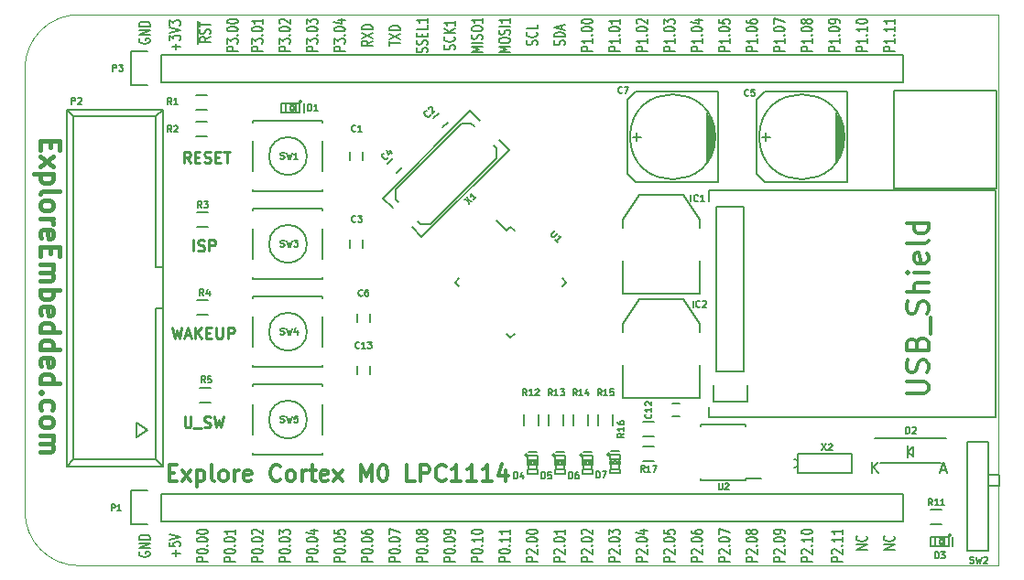
<source format=gbr>
G04 #@! TF.FileFunction,Legend,Top*
%FSLAX46Y46*%
G04 Gerber Fmt 4.6, Leading zero omitted, Abs format (unit mm)*
G04 Created by KiCad (PCBNEW (2015-01-16 BZR 5376)-product) date 8/3/2015 4:30:31 PM*
%MOMM*%
G01*
G04 APERTURE LIST*
%ADD10C,0.100000*%
%ADD11C,0.375000*%
%ADD12C,0.254000*%
%ADD13C,0.381000*%
%ADD14C,0.190500*%
%ADD15C,0.150000*%
%ADD16C,0.300000*%
G04 APERTURE END LIST*
D10*
D11*
X88321430Y-98392857D02*
X88821430Y-98392857D01*
X89035716Y-99178571D02*
X88321430Y-99178571D01*
X88321430Y-97678571D01*
X89035716Y-97678571D01*
X89535716Y-99178571D02*
X90321430Y-98178571D01*
X89535716Y-98178571D02*
X90321430Y-99178571D01*
X90892859Y-98178571D02*
X90892859Y-99678571D01*
X90892859Y-98250000D02*
X91035716Y-98178571D01*
X91321430Y-98178571D01*
X91464287Y-98250000D01*
X91535716Y-98321429D01*
X91607145Y-98464286D01*
X91607145Y-98892857D01*
X91535716Y-99035714D01*
X91464287Y-99107143D01*
X91321430Y-99178571D01*
X91035716Y-99178571D01*
X90892859Y-99107143D01*
X92464288Y-99178571D02*
X92321430Y-99107143D01*
X92250002Y-98964286D01*
X92250002Y-97678571D01*
X93250002Y-99178571D02*
X93107144Y-99107143D01*
X93035716Y-99035714D01*
X92964287Y-98892857D01*
X92964287Y-98464286D01*
X93035716Y-98321429D01*
X93107144Y-98250000D01*
X93250002Y-98178571D01*
X93464287Y-98178571D01*
X93607144Y-98250000D01*
X93678573Y-98321429D01*
X93750002Y-98464286D01*
X93750002Y-98892857D01*
X93678573Y-99035714D01*
X93607144Y-99107143D01*
X93464287Y-99178571D01*
X93250002Y-99178571D01*
X94392859Y-99178571D02*
X94392859Y-98178571D01*
X94392859Y-98464286D02*
X94464287Y-98321429D01*
X94535716Y-98250000D01*
X94678573Y-98178571D01*
X94821430Y-98178571D01*
X95892858Y-99107143D02*
X95750001Y-99178571D01*
X95464287Y-99178571D01*
X95321430Y-99107143D01*
X95250001Y-98964286D01*
X95250001Y-98392857D01*
X95321430Y-98250000D01*
X95464287Y-98178571D01*
X95750001Y-98178571D01*
X95892858Y-98250000D01*
X95964287Y-98392857D01*
X95964287Y-98535714D01*
X95250001Y-98678571D01*
X98607144Y-99035714D02*
X98535715Y-99107143D01*
X98321429Y-99178571D01*
X98178572Y-99178571D01*
X97964287Y-99107143D01*
X97821429Y-98964286D01*
X97750001Y-98821429D01*
X97678572Y-98535714D01*
X97678572Y-98321429D01*
X97750001Y-98035714D01*
X97821429Y-97892857D01*
X97964287Y-97750000D01*
X98178572Y-97678571D01*
X98321429Y-97678571D01*
X98535715Y-97750000D01*
X98607144Y-97821429D01*
X99464287Y-99178571D02*
X99321429Y-99107143D01*
X99250001Y-99035714D01*
X99178572Y-98892857D01*
X99178572Y-98464286D01*
X99250001Y-98321429D01*
X99321429Y-98250000D01*
X99464287Y-98178571D01*
X99678572Y-98178571D01*
X99821429Y-98250000D01*
X99892858Y-98321429D01*
X99964287Y-98464286D01*
X99964287Y-98892857D01*
X99892858Y-99035714D01*
X99821429Y-99107143D01*
X99678572Y-99178571D01*
X99464287Y-99178571D01*
X100607144Y-99178571D02*
X100607144Y-98178571D01*
X100607144Y-98464286D02*
X100678572Y-98321429D01*
X100750001Y-98250000D01*
X100892858Y-98178571D01*
X101035715Y-98178571D01*
X101321429Y-98178571D02*
X101892858Y-98178571D01*
X101535715Y-97678571D02*
X101535715Y-98964286D01*
X101607143Y-99107143D01*
X101750001Y-99178571D01*
X101892858Y-99178571D01*
X102964286Y-99107143D02*
X102821429Y-99178571D01*
X102535715Y-99178571D01*
X102392858Y-99107143D01*
X102321429Y-98964286D01*
X102321429Y-98392857D01*
X102392858Y-98250000D01*
X102535715Y-98178571D01*
X102821429Y-98178571D01*
X102964286Y-98250000D01*
X103035715Y-98392857D01*
X103035715Y-98535714D01*
X102321429Y-98678571D01*
X103535715Y-99178571D02*
X104321429Y-98178571D01*
X103535715Y-98178571D02*
X104321429Y-99178571D01*
X106035715Y-99178571D02*
X106035715Y-97678571D01*
X106535715Y-98750000D01*
X107035715Y-97678571D01*
X107035715Y-99178571D01*
X108035715Y-97678571D02*
X108178572Y-97678571D01*
X108321429Y-97750000D01*
X108392858Y-97821429D01*
X108464287Y-97964286D01*
X108535715Y-98250000D01*
X108535715Y-98607143D01*
X108464287Y-98892857D01*
X108392858Y-99035714D01*
X108321429Y-99107143D01*
X108178572Y-99178571D01*
X108035715Y-99178571D01*
X107892858Y-99107143D01*
X107821429Y-99035714D01*
X107750001Y-98892857D01*
X107678572Y-98607143D01*
X107678572Y-98250000D01*
X107750001Y-97964286D01*
X107821429Y-97821429D01*
X107892858Y-97750000D01*
X108035715Y-97678571D01*
X111035715Y-99178571D02*
X110321429Y-99178571D01*
X110321429Y-97678571D01*
X111535715Y-99178571D02*
X111535715Y-97678571D01*
X112107143Y-97678571D01*
X112250001Y-97750000D01*
X112321429Y-97821429D01*
X112392858Y-97964286D01*
X112392858Y-98178571D01*
X112321429Y-98321429D01*
X112250001Y-98392857D01*
X112107143Y-98464286D01*
X111535715Y-98464286D01*
X113892858Y-99035714D02*
X113821429Y-99107143D01*
X113607143Y-99178571D01*
X113464286Y-99178571D01*
X113250001Y-99107143D01*
X113107143Y-98964286D01*
X113035715Y-98821429D01*
X112964286Y-98535714D01*
X112964286Y-98321429D01*
X113035715Y-98035714D01*
X113107143Y-97892857D01*
X113250001Y-97750000D01*
X113464286Y-97678571D01*
X113607143Y-97678571D01*
X113821429Y-97750000D01*
X113892858Y-97821429D01*
X115321429Y-99178571D02*
X114464286Y-99178571D01*
X114892858Y-99178571D02*
X114892858Y-97678571D01*
X114750001Y-97892857D01*
X114607143Y-98035714D01*
X114464286Y-98107143D01*
X116750000Y-99178571D02*
X115892857Y-99178571D01*
X116321429Y-99178571D02*
X116321429Y-97678571D01*
X116178572Y-97892857D01*
X116035714Y-98035714D01*
X115892857Y-98107143D01*
X118178571Y-99178571D02*
X117321428Y-99178571D01*
X117750000Y-99178571D02*
X117750000Y-97678571D01*
X117607143Y-97892857D01*
X117464285Y-98035714D01*
X117321428Y-98107143D01*
X119464285Y-98178571D02*
X119464285Y-99178571D01*
X119107142Y-97607143D02*
X118749999Y-98678571D01*
X119678571Y-98678571D01*
D12*
X89758286Y-93193619D02*
X89758286Y-94016095D01*
X89806667Y-94112857D01*
X89855048Y-94161238D01*
X89951810Y-94209619D01*
X90145333Y-94209619D01*
X90242095Y-94161238D01*
X90290476Y-94112857D01*
X90338857Y-94016095D01*
X90338857Y-93193619D01*
X90580762Y-94306381D02*
X91354857Y-94306381D01*
X91548381Y-94161238D02*
X91693524Y-94209619D01*
X91935428Y-94209619D01*
X92032190Y-94161238D01*
X92080571Y-94112857D01*
X92128952Y-94016095D01*
X92128952Y-93919333D01*
X92080571Y-93822571D01*
X92032190Y-93774190D01*
X91935428Y-93725810D01*
X91741905Y-93677429D01*
X91645143Y-93629048D01*
X91596762Y-93580667D01*
X91548381Y-93483905D01*
X91548381Y-93387143D01*
X91596762Y-93290381D01*
X91645143Y-93242000D01*
X91741905Y-93193619D01*
X91983809Y-93193619D01*
X92128952Y-93242000D01*
X92467619Y-93193619D02*
X92709524Y-94209619D01*
X92903047Y-93483905D01*
X93096571Y-94209619D01*
X93338476Y-93193619D01*
X88621334Y-84943619D02*
X88863239Y-85959619D01*
X89056762Y-85233905D01*
X89250286Y-85959619D01*
X89492191Y-84943619D01*
X89830858Y-85669333D02*
X90314667Y-85669333D01*
X89734096Y-85959619D02*
X90072763Y-84943619D01*
X90411429Y-85959619D01*
X90750096Y-85959619D02*
X90750096Y-84943619D01*
X91330667Y-85959619D02*
X90895239Y-85379048D01*
X91330667Y-84943619D02*
X90750096Y-85524190D01*
X91766096Y-85427429D02*
X92104762Y-85427429D01*
X92249905Y-85959619D02*
X91766096Y-85959619D01*
X91766096Y-84943619D01*
X92249905Y-84943619D01*
X92685334Y-84943619D02*
X92685334Y-85766095D01*
X92733715Y-85862857D01*
X92782096Y-85911238D01*
X92878858Y-85959619D01*
X93072381Y-85959619D01*
X93169143Y-85911238D01*
X93217524Y-85862857D01*
X93265905Y-85766095D01*
X93265905Y-84943619D01*
X93749715Y-85959619D02*
X93749715Y-84943619D01*
X94136762Y-84943619D01*
X94233524Y-84992000D01*
X94281905Y-85040381D01*
X94330286Y-85137143D01*
X94330286Y-85282286D01*
X94281905Y-85379048D01*
X94233524Y-85427429D01*
X94136762Y-85475810D01*
X93749715Y-85475810D01*
X90575191Y-77866119D02*
X90575191Y-76850119D01*
X91010620Y-77817738D02*
X91155763Y-77866119D01*
X91397667Y-77866119D01*
X91494429Y-77817738D01*
X91542810Y-77769357D01*
X91591191Y-77672595D01*
X91591191Y-77575833D01*
X91542810Y-77479071D01*
X91494429Y-77430690D01*
X91397667Y-77382310D01*
X91204144Y-77333929D01*
X91107382Y-77285548D01*
X91059001Y-77237167D01*
X91010620Y-77140405D01*
X91010620Y-77043643D01*
X91059001Y-76946881D01*
X91107382Y-76898500D01*
X91204144Y-76850119D01*
X91446048Y-76850119D01*
X91591191Y-76898500D01*
X92026620Y-77866119D02*
X92026620Y-76850119D01*
X92413667Y-76850119D01*
X92510429Y-76898500D01*
X92558810Y-76946881D01*
X92607191Y-77043643D01*
X92607191Y-77188786D01*
X92558810Y-77285548D01*
X92510429Y-77333929D01*
X92413667Y-77382310D01*
X92026620Y-77382310D01*
X90274381Y-69709619D02*
X89935715Y-69225810D01*
X89693810Y-69709619D02*
X89693810Y-68693619D01*
X90080857Y-68693619D01*
X90177619Y-68742000D01*
X90226000Y-68790381D01*
X90274381Y-68887143D01*
X90274381Y-69032286D01*
X90226000Y-69129048D01*
X90177619Y-69177429D01*
X90080857Y-69225810D01*
X89693810Y-69225810D01*
X90709810Y-69177429D02*
X91048476Y-69177429D01*
X91193619Y-69709619D02*
X90709810Y-69709619D01*
X90709810Y-68693619D01*
X91193619Y-68693619D01*
X91580667Y-69661238D02*
X91725810Y-69709619D01*
X91967714Y-69709619D01*
X92064476Y-69661238D01*
X92112857Y-69612857D01*
X92161238Y-69516095D01*
X92161238Y-69419333D01*
X92112857Y-69322571D01*
X92064476Y-69274190D01*
X91967714Y-69225810D01*
X91774191Y-69177429D01*
X91677429Y-69129048D01*
X91629048Y-69080667D01*
X91580667Y-68983905D01*
X91580667Y-68887143D01*
X91629048Y-68790381D01*
X91677429Y-68742000D01*
X91774191Y-68693619D01*
X92016095Y-68693619D01*
X92161238Y-68742000D01*
X92596667Y-69177429D02*
X92935333Y-69177429D01*
X93080476Y-69709619D02*
X92596667Y-69709619D01*
X92596667Y-68693619D01*
X93080476Y-68693619D01*
X93370762Y-68693619D02*
X93951333Y-68693619D01*
X93661048Y-69709619D02*
X93661048Y-68693619D01*
D10*
X165000000Y-107000000D02*
X80000000Y-107000000D01*
X80000000Y-56000000D02*
X165000000Y-56000000D01*
X165000000Y-56000000D02*
X165000000Y-107000000D01*
D13*
X77343000Y-67648665D02*
X77343000Y-68241332D01*
X76411667Y-68495332D02*
X76411667Y-67648665D01*
X78189667Y-67648665D01*
X78189667Y-68495332D01*
X76411667Y-69087999D02*
X77597000Y-70019332D01*
X77597000Y-69087999D02*
X76411667Y-70019332D01*
X77597000Y-70696665D02*
X75819000Y-70696665D01*
X77512333Y-70696665D02*
X77597000Y-70865999D01*
X77597000Y-71204665D01*
X77512333Y-71373999D01*
X77427667Y-71458665D01*
X77258333Y-71543332D01*
X76750333Y-71543332D01*
X76581000Y-71458665D01*
X76496333Y-71373999D01*
X76411667Y-71204665D01*
X76411667Y-70865999D01*
X76496333Y-70696665D01*
X76411667Y-72559332D02*
X76496333Y-72389999D01*
X76665667Y-72305332D01*
X78189667Y-72305332D01*
X76411667Y-73490665D02*
X76496333Y-73321332D01*
X76581000Y-73236665D01*
X76750333Y-73151999D01*
X77258333Y-73151999D01*
X77427667Y-73236665D01*
X77512333Y-73321332D01*
X77597000Y-73490665D01*
X77597000Y-73744665D01*
X77512333Y-73913999D01*
X77427667Y-73998665D01*
X77258333Y-74083332D01*
X76750333Y-74083332D01*
X76581000Y-73998665D01*
X76496333Y-73913999D01*
X76411667Y-73744665D01*
X76411667Y-73490665D01*
X76411667Y-74845332D02*
X77597000Y-74845332D01*
X77258333Y-74845332D02*
X77427667Y-74929999D01*
X77512333Y-75014666D01*
X77597000Y-75183999D01*
X77597000Y-75353332D01*
X76496333Y-76623333D02*
X76411667Y-76453999D01*
X76411667Y-76115333D01*
X76496333Y-75945999D01*
X76665667Y-75861333D01*
X77343000Y-75861333D01*
X77512333Y-75945999D01*
X77597000Y-76115333D01*
X77597000Y-76453999D01*
X77512333Y-76623333D01*
X77343000Y-76707999D01*
X77173667Y-76707999D01*
X77004333Y-75861333D01*
X77343000Y-77469999D02*
X77343000Y-78062666D01*
X76411667Y-78316666D02*
X76411667Y-77469999D01*
X78189667Y-77469999D01*
X78189667Y-78316666D01*
X76411667Y-79078666D02*
X77597000Y-79078666D01*
X77427667Y-79078666D02*
X77512333Y-79163333D01*
X77597000Y-79332666D01*
X77597000Y-79586666D01*
X77512333Y-79756000D01*
X77343000Y-79840666D01*
X76411667Y-79840666D01*
X77343000Y-79840666D02*
X77512333Y-79925333D01*
X77597000Y-80094666D01*
X77597000Y-80348666D01*
X77512333Y-80518000D01*
X77343000Y-80602666D01*
X76411667Y-80602666D01*
X76411667Y-81449333D02*
X78189667Y-81449333D01*
X77512333Y-81449333D02*
X77597000Y-81618667D01*
X77597000Y-81957333D01*
X77512333Y-82126667D01*
X77427667Y-82211333D01*
X77258333Y-82296000D01*
X76750333Y-82296000D01*
X76581000Y-82211333D01*
X76496333Y-82126667D01*
X76411667Y-81957333D01*
X76411667Y-81618667D01*
X76496333Y-81449333D01*
X76496333Y-83735334D02*
X76411667Y-83566000D01*
X76411667Y-83227334D01*
X76496333Y-83058000D01*
X76665667Y-82973334D01*
X77343000Y-82973334D01*
X77512333Y-83058000D01*
X77597000Y-83227334D01*
X77597000Y-83566000D01*
X77512333Y-83735334D01*
X77343000Y-83820000D01*
X77173667Y-83820000D01*
X77004333Y-82973334D01*
X76411667Y-85344000D02*
X78189667Y-85344000D01*
X76496333Y-85344000D02*
X76411667Y-85174667D01*
X76411667Y-84836000D01*
X76496333Y-84666667D01*
X76581000Y-84582000D01*
X76750333Y-84497334D01*
X77258333Y-84497334D01*
X77427667Y-84582000D01*
X77512333Y-84666667D01*
X77597000Y-84836000D01*
X77597000Y-85174667D01*
X77512333Y-85344000D01*
X76411667Y-86952667D02*
X78189667Y-86952667D01*
X76496333Y-86952667D02*
X76411667Y-86783334D01*
X76411667Y-86444667D01*
X76496333Y-86275334D01*
X76581000Y-86190667D01*
X76750333Y-86106001D01*
X77258333Y-86106001D01*
X77427667Y-86190667D01*
X77512333Y-86275334D01*
X77597000Y-86444667D01*
X77597000Y-86783334D01*
X77512333Y-86952667D01*
X76496333Y-88476668D02*
X76411667Y-88307334D01*
X76411667Y-87968668D01*
X76496333Y-87799334D01*
X76665667Y-87714668D01*
X77343000Y-87714668D01*
X77512333Y-87799334D01*
X77597000Y-87968668D01*
X77597000Y-88307334D01*
X77512333Y-88476668D01*
X77343000Y-88561334D01*
X77173667Y-88561334D01*
X77004333Y-87714668D01*
X76411667Y-90085334D02*
X78189667Y-90085334D01*
X76496333Y-90085334D02*
X76411667Y-89916001D01*
X76411667Y-89577334D01*
X76496333Y-89408001D01*
X76581000Y-89323334D01*
X76750333Y-89238668D01*
X77258333Y-89238668D01*
X77427667Y-89323334D01*
X77512333Y-89408001D01*
X77597000Y-89577334D01*
X77597000Y-89916001D01*
X77512333Y-90085334D01*
X76581000Y-90932001D02*
X76496333Y-91016668D01*
X76411667Y-90932001D01*
X76496333Y-90847335D01*
X76581000Y-90932001D01*
X76411667Y-90932001D01*
X76496333Y-92540668D02*
X76411667Y-92371335D01*
X76411667Y-92032668D01*
X76496333Y-91863335D01*
X76581000Y-91778668D01*
X76750333Y-91694002D01*
X77258333Y-91694002D01*
X77427667Y-91778668D01*
X77512333Y-91863335D01*
X77597000Y-92032668D01*
X77597000Y-92371335D01*
X77512333Y-92540668D01*
X76411667Y-93556668D02*
X76496333Y-93387335D01*
X76581000Y-93302668D01*
X76750333Y-93218002D01*
X77258333Y-93218002D01*
X77427667Y-93302668D01*
X77512333Y-93387335D01*
X77597000Y-93556668D01*
X77597000Y-93810668D01*
X77512333Y-93980002D01*
X77427667Y-94064668D01*
X77258333Y-94149335D01*
X76750333Y-94149335D01*
X76581000Y-94064668D01*
X76496333Y-93980002D01*
X76411667Y-93810668D01*
X76411667Y-93556668D01*
X76411667Y-94911335D02*
X77597000Y-94911335D01*
X77427667Y-94911335D02*
X77512333Y-94996002D01*
X77597000Y-95165335D01*
X77597000Y-95419335D01*
X77512333Y-95588669D01*
X77343000Y-95673335D01*
X76411667Y-95673335D01*
X77343000Y-95673335D02*
X77512333Y-95758002D01*
X77597000Y-95927335D01*
X77597000Y-96181335D01*
X77512333Y-96350669D01*
X77343000Y-96435335D01*
X76411667Y-96435335D01*
D14*
X155399619Y-105500714D02*
X154383619Y-105500714D01*
X155399619Y-105065286D01*
X154383619Y-105065286D01*
X155302857Y-104267000D02*
X155351238Y-104303286D01*
X155399619Y-104412143D01*
X155399619Y-104484714D01*
X155351238Y-104593571D01*
X155254476Y-104666143D01*
X155157714Y-104702428D01*
X154964190Y-104738714D01*
X154819048Y-104738714D01*
X154625524Y-104702428D01*
X154528762Y-104666143D01*
X154432000Y-104593571D01*
X154383619Y-104484714D01*
X154383619Y-104412143D01*
X154432000Y-104303286D01*
X154480381Y-104267000D01*
X152859619Y-105500714D02*
X151843619Y-105500714D01*
X152859619Y-105065286D01*
X151843619Y-105065286D01*
X152762857Y-104267000D02*
X152811238Y-104303286D01*
X152859619Y-104412143D01*
X152859619Y-104484714D01*
X152811238Y-104593571D01*
X152714476Y-104666143D01*
X152617714Y-104702428D01*
X152424190Y-104738714D01*
X152279048Y-104738714D01*
X152085524Y-104702428D01*
X151988762Y-104666143D01*
X151892000Y-104593571D01*
X151843619Y-104484714D01*
X151843619Y-104412143D01*
X151892000Y-104303286D01*
X151940381Y-104267000D01*
X155399619Y-59381570D02*
X154383619Y-59381570D01*
X154383619Y-59091285D01*
X154432000Y-59018713D01*
X154480381Y-58982428D01*
X154577143Y-58946142D01*
X154722286Y-58946142D01*
X154819048Y-58982428D01*
X154867429Y-59018713D01*
X154915810Y-59091285D01*
X154915810Y-59381570D01*
X155399619Y-58220428D02*
X155399619Y-58655856D01*
X155399619Y-58438142D02*
X154383619Y-58438142D01*
X154528762Y-58510713D01*
X154625524Y-58583285D01*
X154673905Y-58655856D01*
X155302857Y-57893856D02*
X155351238Y-57857571D01*
X155399619Y-57893856D01*
X155351238Y-57930142D01*
X155302857Y-57893856D01*
X155399619Y-57893856D01*
X155399619Y-57131857D02*
X155399619Y-57567285D01*
X155399619Y-57349571D02*
X154383619Y-57349571D01*
X154528762Y-57422142D01*
X154625524Y-57494714D01*
X154673905Y-57567285D01*
X155399619Y-56406143D02*
X155399619Y-56841571D01*
X155399619Y-56623857D02*
X154383619Y-56623857D01*
X154528762Y-56696428D01*
X154625524Y-56769000D01*
X154673905Y-56841571D01*
X152859619Y-59381570D02*
X151843619Y-59381570D01*
X151843619Y-59091285D01*
X151892000Y-59018713D01*
X151940381Y-58982428D01*
X152037143Y-58946142D01*
X152182286Y-58946142D01*
X152279048Y-58982428D01*
X152327429Y-59018713D01*
X152375810Y-59091285D01*
X152375810Y-59381570D01*
X152859619Y-58220428D02*
X152859619Y-58655856D01*
X152859619Y-58438142D02*
X151843619Y-58438142D01*
X151988762Y-58510713D01*
X152085524Y-58583285D01*
X152133905Y-58655856D01*
X152762857Y-57893856D02*
X152811238Y-57857571D01*
X152859619Y-57893856D01*
X152811238Y-57930142D01*
X152762857Y-57893856D01*
X152859619Y-57893856D01*
X152859619Y-57131857D02*
X152859619Y-57567285D01*
X152859619Y-57349571D02*
X151843619Y-57349571D01*
X151988762Y-57422142D01*
X152085524Y-57494714D01*
X152133905Y-57567285D01*
X151843619Y-56660143D02*
X151843619Y-56587571D01*
X151892000Y-56515000D01*
X151940381Y-56478714D01*
X152037143Y-56442428D01*
X152230667Y-56406143D01*
X152472571Y-56406143D01*
X152666095Y-56442428D01*
X152762857Y-56478714D01*
X152811238Y-56515000D01*
X152859619Y-56587571D01*
X152859619Y-56660143D01*
X152811238Y-56732714D01*
X152762857Y-56769000D01*
X152666095Y-56805285D01*
X152472571Y-56841571D01*
X152230667Y-56841571D01*
X152037143Y-56805285D01*
X151940381Y-56769000D01*
X151892000Y-56732714D01*
X151843619Y-56660143D01*
X150319619Y-59381570D02*
X149303619Y-59381570D01*
X149303619Y-59091285D01*
X149352000Y-59018713D01*
X149400381Y-58982428D01*
X149497143Y-58946142D01*
X149642286Y-58946142D01*
X149739048Y-58982428D01*
X149787429Y-59018713D01*
X149835810Y-59091285D01*
X149835810Y-59381570D01*
X150319619Y-58220428D02*
X150319619Y-58655856D01*
X150319619Y-58438142D02*
X149303619Y-58438142D01*
X149448762Y-58510713D01*
X149545524Y-58583285D01*
X149593905Y-58655856D01*
X150222857Y-57893856D02*
X150271238Y-57857571D01*
X150319619Y-57893856D01*
X150271238Y-57930142D01*
X150222857Y-57893856D01*
X150319619Y-57893856D01*
X149303619Y-57385857D02*
X149303619Y-57313285D01*
X149352000Y-57240714D01*
X149400381Y-57204428D01*
X149497143Y-57168142D01*
X149690667Y-57131857D01*
X149932571Y-57131857D01*
X150126095Y-57168142D01*
X150222857Y-57204428D01*
X150271238Y-57240714D01*
X150319619Y-57313285D01*
X150319619Y-57385857D01*
X150271238Y-57458428D01*
X150222857Y-57494714D01*
X150126095Y-57530999D01*
X149932571Y-57567285D01*
X149690667Y-57567285D01*
X149497143Y-57530999D01*
X149400381Y-57494714D01*
X149352000Y-57458428D01*
X149303619Y-57385857D01*
X150319619Y-56769000D02*
X150319619Y-56623857D01*
X150271238Y-56551285D01*
X150222857Y-56515000D01*
X150077714Y-56442428D01*
X149884190Y-56406143D01*
X149497143Y-56406143D01*
X149400381Y-56442428D01*
X149352000Y-56478714D01*
X149303619Y-56551285D01*
X149303619Y-56696428D01*
X149352000Y-56769000D01*
X149400381Y-56805285D01*
X149497143Y-56841571D01*
X149739048Y-56841571D01*
X149835810Y-56805285D01*
X149884190Y-56769000D01*
X149932571Y-56696428D01*
X149932571Y-56551285D01*
X149884190Y-56478714D01*
X149835810Y-56442428D01*
X149739048Y-56406143D01*
X147779619Y-59381570D02*
X146763619Y-59381570D01*
X146763619Y-59091285D01*
X146812000Y-59018713D01*
X146860381Y-58982428D01*
X146957143Y-58946142D01*
X147102286Y-58946142D01*
X147199048Y-58982428D01*
X147247429Y-59018713D01*
X147295810Y-59091285D01*
X147295810Y-59381570D01*
X147779619Y-58220428D02*
X147779619Y-58655856D01*
X147779619Y-58438142D02*
X146763619Y-58438142D01*
X146908762Y-58510713D01*
X147005524Y-58583285D01*
X147053905Y-58655856D01*
X147682857Y-57893856D02*
X147731238Y-57857571D01*
X147779619Y-57893856D01*
X147731238Y-57930142D01*
X147682857Y-57893856D01*
X147779619Y-57893856D01*
X146763619Y-57385857D02*
X146763619Y-57313285D01*
X146812000Y-57240714D01*
X146860381Y-57204428D01*
X146957143Y-57168142D01*
X147150667Y-57131857D01*
X147392571Y-57131857D01*
X147586095Y-57168142D01*
X147682857Y-57204428D01*
X147731238Y-57240714D01*
X147779619Y-57313285D01*
X147779619Y-57385857D01*
X147731238Y-57458428D01*
X147682857Y-57494714D01*
X147586095Y-57530999D01*
X147392571Y-57567285D01*
X147150667Y-57567285D01*
X146957143Y-57530999D01*
X146860381Y-57494714D01*
X146812000Y-57458428D01*
X146763619Y-57385857D01*
X147199048Y-56696428D02*
X147150667Y-56769000D01*
X147102286Y-56805285D01*
X147005524Y-56841571D01*
X146957143Y-56841571D01*
X146860381Y-56805285D01*
X146812000Y-56769000D01*
X146763619Y-56696428D01*
X146763619Y-56551285D01*
X146812000Y-56478714D01*
X146860381Y-56442428D01*
X146957143Y-56406143D01*
X147005524Y-56406143D01*
X147102286Y-56442428D01*
X147150667Y-56478714D01*
X147199048Y-56551285D01*
X147199048Y-56696428D01*
X147247429Y-56769000D01*
X147295810Y-56805285D01*
X147392571Y-56841571D01*
X147586095Y-56841571D01*
X147682857Y-56805285D01*
X147731238Y-56769000D01*
X147779619Y-56696428D01*
X147779619Y-56551285D01*
X147731238Y-56478714D01*
X147682857Y-56442428D01*
X147586095Y-56406143D01*
X147392571Y-56406143D01*
X147295810Y-56442428D01*
X147247429Y-56478714D01*
X147199048Y-56551285D01*
X145239619Y-59381570D02*
X144223619Y-59381570D01*
X144223619Y-59091285D01*
X144272000Y-59018713D01*
X144320381Y-58982428D01*
X144417143Y-58946142D01*
X144562286Y-58946142D01*
X144659048Y-58982428D01*
X144707429Y-59018713D01*
X144755810Y-59091285D01*
X144755810Y-59381570D01*
X145239619Y-58220428D02*
X145239619Y-58655856D01*
X145239619Y-58438142D02*
X144223619Y-58438142D01*
X144368762Y-58510713D01*
X144465524Y-58583285D01*
X144513905Y-58655856D01*
X145142857Y-57893856D02*
X145191238Y-57857571D01*
X145239619Y-57893856D01*
X145191238Y-57930142D01*
X145142857Y-57893856D01*
X145239619Y-57893856D01*
X144223619Y-57385857D02*
X144223619Y-57313285D01*
X144272000Y-57240714D01*
X144320381Y-57204428D01*
X144417143Y-57168142D01*
X144610667Y-57131857D01*
X144852571Y-57131857D01*
X145046095Y-57168142D01*
X145142857Y-57204428D01*
X145191238Y-57240714D01*
X145239619Y-57313285D01*
X145239619Y-57385857D01*
X145191238Y-57458428D01*
X145142857Y-57494714D01*
X145046095Y-57530999D01*
X144852571Y-57567285D01*
X144610667Y-57567285D01*
X144417143Y-57530999D01*
X144320381Y-57494714D01*
X144272000Y-57458428D01*
X144223619Y-57385857D01*
X144223619Y-56877857D02*
X144223619Y-56369857D01*
X145239619Y-56696428D01*
X142699619Y-59381570D02*
X141683619Y-59381570D01*
X141683619Y-59091285D01*
X141732000Y-59018713D01*
X141780381Y-58982428D01*
X141877143Y-58946142D01*
X142022286Y-58946142D01*
X142119048Y-58982428D01*
X142167429Y-59018713D01*
X142215810Y-59091285D01*
X142215810Y-59381570D01*
X142699619Y-58220428D02*
X142699619Y-58655856D01*
X142699619Y-58438142D02*
X141683619Y-58438142D01*
X141828762Y-58510713D01*
X141925524Y-58583285D01*
X141973905Y-58655856D01*
X142602857Y-57893856D02*
X142651238Y-57857571D01*
X142699619Y-57893856D01*
X142651238Y-57930142D01*
X142602857Y-57893856D01*
X142699619Y-57893856D01*
X141683619Y-57385857D02*
X141683619Y-57313285D01*
X141732000Y-57240714D01*
X141780381Y-57204428D01*
X141877143Y-57168142D01*
X142070667Y-57131857D01*
X142312571Y-57131857D01*
X142506095Y-57168142D01*
X142602857Y-57204428D01*
X142651238Y-57240714D01*
X142699619Y-57313285D01*
X142699619Y-57385857D01*
X142651238Y-57458428D01*
X142602857Y-57494714D01*
X142506095Y-57530999D01*
X142312571Y-57567285D01*
X142070667Y-57567285D01*
X141877143Y-57530999D01*
X141780381Y-57494714D01*
X141732000Y-57458428D01*
X141683619Y-57385857D01*
X141683619Y-56478714D02*
X141683619Y-56623857D01*
X141732000Y-56696428D01*
X141780381Y-56732714D01*
X141925524Y-56805285D01*
X142119048Y-56841571D01*
X142506095Y-56841571D01*
X142602857Y-56805285D01*
X142651238Y-56769000D01*
X142699619Y-56696428D01*
X142699619Y-56551285D01*
X142651238Y-56478714D01*
X142602857Y-56442428D01*
X142506095Y-56406143D01*
X142264190Y-56406143D01*
X142167429Y-56442428D01*
X142119048Y-56478714D01*
X142070667Y-56551285D01*
X142070667Y-56696428D01*
X142119048Y-56769000D01*
X142167429Y-56805285D01*
X142264190Y-56841571D01*
X140159619Y-59381570D02*
X139143619Y-59381570D01*
X139143619Y-59091285D01*
X139192000Y-59018713D01*
X139240381Y-58982428D01*
X139337143Y-58946142D01*
X139482286Y-58946142D01*
X139579048Y-58982428D01*
X139627429Y-59018713D01*
X139675810Y-59091285D01*
X139675810Y-59381570D01*
X140159619Y-58220428D02*
X140159619Y-58655856D01*
X140159619Y-58438142D02*
X139143619Y-58438142D01*
X139288762Y-58510713D01*
X139385524Y-58583285D01*
X139433905Y-58655856D01*
X140062857Y-57893856D02*
X140111238Y-57857571D01*
X140159619Y-57893856D01*
X140111238Y-57930142D01*
X140062857Y-57893856D01*
X140159619Y-57893856D01*
X139143619Y-57385857D02*
X139143619Y-57313285D01*
X139192000Y-57240714D01*
X139240381Y-57204428D01*
X139337143Y-57168142D01*
X139530667Y-57131857D01*
X139772571Y-57131857D01*
X139966095Y-57168142D01*
X140062857Y-57204428D01*
X140111238Y-57240714D01*
X140159619Y-57313285D01*
X140159619Y-57385857D01*
X140111238Y-57458428D01*
X140062857Y-57494714D01*
X139966095Y-57530999D01*
X139772571Y-57567285D01*
X139530667Y-57567285D01*
X139337143Y-57530999D01*
X139240381Y-57494714D01*
X139192000Y-57458428D01*
X139143619Y-57385857D01*
X139143619Y-56442428D02*
X139143619Y-56805285D01*
X139627429Y-56841571D01*
X139579048Y-56805285D01*
X139530667Y-56732714D01*
X139530667Y-56551285D01*
X139579048Y-56478714D01*
X139627429Y-56442428D01*
X139724190Y-56406143D01*
X139966095Y-56406143D01*
X140062857Y-56442428D01*
X140111238Y-56478714D01*
X140159619Y-56551285D01*
X140159619Y-56732714D01*
X140111238Y-56805285D01*
X140062857Y-56841571D01*
X137619619Y-59381570D02*
X136603619Y-59381570D01*
X136603619Y-59091285D01*
X136652000Y-59018713D01*
X136700381Y-58982428D01*
X136797143Y-58946142D01*
X136942286Y-58946142D01*
X137039048Y-58982428D01*
X137087429Y-59018713D01*
X137135810Y-59091285D01*
X137135810Y-59381570D01*
X137619619Y-58220428D02*
X137619619Y-58655856D01*
X137619619Y-58438142D02*
X136603619Y-58438142D01*
X136748762Y-58510713D01*
X136845524Y-58583285D01*
X136893905Y-58655856D01*
X137522857Y-57893856D02*
X137571238Y-57857571D01*
X137619619Y-57893856D01*
X137571238Y-57930142D01*
X137522857Y-57893856D01*
X137619619Y-57893856D01*
X136603619Y-57385857D02*
X136603619Y-57313285D01*
X136652000Y-57240714D01*
X136700381Y-57204428D01*
X136797143Y-57168142D01*
X136990667Y-57131857D01*
X137232571Y-57131857D01*
X137426095Y-57168142D01*
X137522857Y-57204428D01*
X137571238Y-57240714D01*
X137619619Y-57313285D01*
X137619619Y-57385857D01*
X137571238Y-57458428D01*
X137522857Y-57494714D01*
X137426095Y-57530999D01*
X137232571Y-57567285D01*
X136990667Y-57567285D01*
X136797143Y-57530999D01*
X136700381Y-57494714D01*
X136652000Y-57458428D01*
X136603619Y-57385857D01*
X136942286Y-56478714D02*
X137619619Y-56478714D01*
X136555238Y-56660143D02*
X137280952Y-56841571D01*
X137280952Y-56369857D01*
X135079619Y-59381570D02*
X134063619Y-59381570D01*
X134063619Y-59091285D01*
X134112000Y-59018713D01*
X134160381Y-58982428D01*
X134257143Y-58946142D01*
X134402286Y-58946142D01*
X134499048Y-58982428D01*
X134547429Y-59018713D01*
X134595810Y-59091285D01*
X134595810Y-59381570D01*
X135079619Y-58220428D02*
X135079619Y-58655856D01*
X135079619Y-58438142D02*
X134063619Y-58438142D01*
X134208762Y-58510713D01*
X134305524Y-58583285D01*
X134353905Y-58655856D01*
X134982857Y-57893856D02*
X135031238Y-57857571D01*
X135079619Y-57893856D01*
X135031238Y-57930142D01*
X134982857Y-57893856D01*
X135079619Y-57893856D01*
X134063619Y-57385857D02*
X134063619Y-57313285D01*
X134112000Y-57240714D01*
X134160381Y-57204428D01*
X134257143Y-57168142D01*
X134450667Y-57131857D01*
X134692571Y-57131857D01*
X134886095Y-57168142D01*
X134982857Y-57204428D01*
X135031238Y-57240714D01*
X135079619Y-57313285D01*
X135079619Y-57385857D01*
X135031238Y-57458428D01*
X134982857Y-57494714D01*
X134886095Y-57530999D01*
X134692571Y-57567285D01*
X134450667Y-57567285D01*
X134257143Y-57530999D01*
X134160381Y-57494714D01*
X134112000Y-57458428D01*
X134063619Y-57385857D01*
X134063619Y-56877857D02*
X134063619Y-56406143D01*
X134450667Y-56660143D01*
X134450667Y-56551285D01*
X134499048Y-56478714D01*
X134547429Y-56442428D01*
X134644190Y-56406143D01*
X134886095Y-56406143D01*
X134982857Y-56442428D01*
X135031238Y-56478714D01*
X135079619Y-56551285D01*
X135079619Y-56769000D01*
X135031238Y-56841571D01*
X134982857Y-56877857D01*
X132539619Y-59381570D02*
X131523619Y-59381570D01*
X131523619Y-59091285D01*
X131572000Y-59018713D01*
X131620381Y-58982428D01*
X131717143Y-58946142D01*
X131862286Y-58946142D01*
X131959048Y-58982428D01*
X132007429Y-59018713D01*
X132055810Y-59091285D01*
X132055810Y-59381570D01*
X132539619Y-58220428D02*
X132539619Y-58655856D01*
X132539619Y-58438142D02*
X131523619Y-58438142D01*
X131668762Y-58510713D01*
X131765524Y-58583285D01*
X131813905Y-58655856D01*
X132442857Y-57893856D02*
X132491238Y-57857571D01*
X132539619Y-57893856D01*
X132491238Y-57930142D01*
X132442857Y-57893856D01*
X132539619Y-57893856D01*
X131523619Y-57385857D02*
X131523619Y-57313285D01*
X131572000Y-57240714D01*
X131620381Y-57204428D01*
X131717143Y-57168142D01*
X131910667Y-57131857D01*
X132152571Y-57131857D01*
X132346095Y-57168142D01*
X132442857Y-57204428D01*
X132491238Y-57240714D01*
X132539619Y-57313285D01*
X132539619Y-57385857D01*
X132491238Y-57458428D01*
X132442857Y-57494714D01*
X132346095Y-57530999D01*
X132152571Y-57567285D01*
X131910667Y-57567285D01*
X131717143Y-57530999D01*
X131620381Y-57494714D01*
X131572000Y-57458428D01*
X131523619Y-57385857D01*
X131620381Y-56841571D02*
X131572000Y-56805285D01*
X131523619Y-56732714D01*
X131523619Y-56551285D01*
X131572000Y-56478714D01*
X131620381Y-56442428D01*
X131717143Y-56406143D01*
X131813905Y-56406143D01*
X131959048Y-56442428D01*
X132539619Y-56877857D01*
X132539619Y-56406143D01*
X129999619Y-59381570D02*
X128983619Y-59381570D01*
X128983619Y-59091285D01*
X129032000Y-59018713D01*
X129080381Y-58982428D01*
X129177143Y-58946142D01*
X129322286Y-58946142D01*
X129419048Y-58982428D01*
X129467429Y-59018713D01*
X129515810Y-59091285D01*
X129515810Y-59381570D01*
X129999619Y-58220428D02*
X129999619Y-58655856D01*
X129999619Y-58438142D02*
X128983619Y-58438142D01*
X129128762Y-58510713D01*
X129225524Y-58583285D01*
X129273905Y-58655856D01*
X129902857Y-57893856D02*
X129951238Y-57857571D01*
X129999619Y-57893856D01*
X129951238Y-57930142D01*
X129902857Y-57893856D01*
X129999619Y-57893856D01*
X128983619Y-57385857D02*
X128983619Y-57313285D01*
X129032000Y-57240714D01*
X129080381Y-57204428D01*
X129177143Y-57168142D01*
X129370667Y-57131857D01*
X129612571Y-57131857D01*
X129806095Y-57168142D01*
X129902857Y-57204428D01*
X129951238Y-57240714D01*
X129999619Y-57313285D01*
X129999619Y-57385857D01*
X129951238Y-57458428D01*
X129902857Y-57494714D01*
X129806095Y-57530999D01*
X129612571Y-57567285D01*
X129370667Y-57567285D01*
X129177143Y-57530999D01*
X129080381Y-57494714D01*
X129032000Y-57458428D01*
X128983619Y-57385857D01*
X129999619Y-56406143D02*
X129999619Y-56841571D01*
X129999619Y-56623857D02*
X128983619Y-56623857D01*
X129128762Y-56696428D01*
X129225524Y-56769000D01*
X129273905Y-56841571D01*
X127459619Y-59381570D02*
X126443619Y-59381570D01*
X126443619Y-59091285D01*
X126492000Y-59018713D01*
X126540381Y-58982428D01*
X126637143Y-58946142D01*
X126782286Y-58946142D01*
X126879048Y-58982428D01*
X126927429Y-59018713D01*
X126975810Y-59091285D01*
X126975810Y-59381570D01*
X127459619Y-58220428D02*
X127459619Y-58655856D01*
X127459619Y-58438142D02*
X126443619Y-58438142D01*
X126588762Y-58510713D01*
X126685524Y-58583285D01*
X126733905Y-58655856D01*
X127362857Y-57893856D02*
X127411238Y-57857571D01*
X127459619Y-57893856D01*
X127411238Y-57930142D01*
X127362857Y-57893856D01*
X127459619Y-57893856D01*
X126443619Y-57385857D02*
X126443619Y-57313285D01*
X126492000Y-57240714D01*
X126540381Y-57204428D01*
X126637143Y-57168142D01*
X126830667Y-57131857D01*
X127072571Y-57131857D01*
X127266095Y-57168142D01*
X127362857Y-57204428D01*
X127411238Y-57240714D01*
X127459619Y-57313285D01*
X127459619Y-57385857D01*
X127411238Y-57458428D01*
X127362857Y-57494714D01*
X127266095Y-57530999D01*
X127072571Y-57567285D01*
X126830667Y-57567285D01*
X126637143Y-57530999D01*
X126540381Y-57494714D01*
X126492000Y-57458428D01*
X126443619Y-57385857D01*
X126443619Y-56660143D02*
X126443619Y-56587571D01*
X126492000Y-56515000D01*
X126540381Y-56478714D01*
X126637143Y-56442428D01*
X126830667Y-56406143D01*
X127072571Y-56406143D01*
X127266095Y-56442428D01*
X127362857Y-56478714D01*
X127411238Y-56515000D01*
X127459619Y-56587571D01*
X127459619Y-56660143D01*
X127411238Y-56732714D01*
X127362857Y-56769000D01*
X127266095Y-56805285D01*
X127072571Y-56841571D01*
X126830667Y-56841571D01*
X126637143Y-56805285D01*
X126540381Y-56769000D01*
X126492000Y-56732714D01*
X126443619Y-56660143D01*
X124871238Y-58837285D02*
X124919619Y-58728428D01*
X124919619Y-58546999D01*
X124871238Y-58474428D01*
X124822857Y-58438142D01*
X124726095Y-58401857D01*
X124629333Y-58401857D01*
X124532571Y-58438142D01*
X124484190Y-58474428D01*
X124435810Y-58546999D01*
X124387429Y-58692142D01*
X124339048Y-58764714D01*
X124290667Y-58800999D01*
X124193905Y-58837285D01*
X124097143Y-58837285D01*
X124000381Y-58800999D01*
X123952000Y-58764714D01*
X123903619Y-58692142D01*
X123903619Y-58510714D01*
X123952000Y-58401857D01*
X124919619Y-58075285D02*
X123903619Y-58075285D01*
X123903619Y-57893857D01*
X123952000Y-57785000D01*
X124048762Y-57712428D01*
X124145524Y-57676143D01*
X124339048Y-57639857D01*
X124484190Y-57639857D01*
X124677714Y-57676143D01*
X124774476Y-57712428D01*
X124871238Y-57785000D01*
X124919619Y-57893857D01*
X124919619Y-58075285D01*
X124629333Y-57349571D02*
X124629333Y-56986714D01*
X124919619Y-57422143D02*
X123903619Y-57168143D01*
X124919619Y-56914143D01*
X122331238Y-58819142D02*
X122379619Y-58710285D01*
X122379619Y-58528856D01*
X122331238Y-58456285D01*
X122282857Y-58419999D01*
X122186095Y-58383714D01*
X122089333Y-58383714D01*
X121992571Y-58419999D01*
X121944190Y-58456285D01*
X121895810Y-58528856D01*
X121847429Y-58673999D01*
X121799048Y-58746571D01*
X121750667Y-58782856D01*
X121653905Y-58819142D01*
X121557143Y-58819142D01*
X121460381Y-58782856D01*
X121412000Y-58746571D01*
X121363619Y-58673999D01*
X121363619Y-58492571D01*
X121412000Y-58383714D01*
X122282857Y-57621714D02*
X122331238Y-57658000D01*
X122379619Y-57766857D01*
X122379619Y-57839428D01*
X122331238Y-57948285D01*
X122234476Y-58020857D01*
X122137714Y-58057142D01*
X121944190Y-58093428D01*
X121799048Y-58093428D01*
X121605524Y-58057142D01*
X121508762Y-58020857D01*
X121412000Y-57948285D01*
X121363619Y-57839428D01*
X121363619Y-57766857D01*
X121412000Y-57658000D01*
X121460381Y-57621714D01*
X122379619Y-56932285D02*
X122379619Y-57295142D01*
X121363619Y-57295142D01*
X119839619Y-59472285D02*
X118823619Y-59472285D01*
X119549333Y-59218285D01*
X118823619Y-58964285D01*
X119839619Y-58964285D01*
X118823619Y-58456286D02*
X118823619Y-58311143D01*
X118872000Y-58238571D01*
X118968762Y-58166000D01*
X119162286Y-58129714D01*
X119500952Y-58129714D01*
X119694476Y-58166000D01*
X119791238Y-58238571D01*
X119839619Y-58311143D01*
X119839619Y-58456286D01*
X119791238Y-58528857D01*
X119694476Y-58601428D01*
X119500952Y-58637714D01*
X119162286Y-58637714D01*
X118968762Y-58601428D01*
X118872000Y-58528857D01*
X118823619Y-58456286D01*
X119791238Y-57839428D02*
X119839619Y-57730571D01*
X119839619Y-57549142D01*
X119791238Y-57476571D01*
X119742857Y-57440285D01*
X119646095Y-57404000D01*
X119549333Y-57404000D01*
X119452571Y-57440285D01*
X119404190Y-57476571D01*
X119355810Y-57549142D01*
X119307429Y-57694285D01*
X119259048Y-57766857D01*
X119210667Y-57803142D01*
X119113905Y-57839428D01*
X119017143Y-57839428D01*
X118920381Y-57803142D01*
X118872000Y-57766857D01*
X118823619Y-57694285D01*
X118823619Y-57512857D01*
X118872000Y-57404000D01*
X119839619Y-57077428D02*
X118823619Y-57077428D01*
X119839619Y-56315429D02*
X119839619Y-56750857D01*
X119839619Y-56533143D02*
X118823619Y-56533143D01*
X118968762Y-56605714D01*
X119065524Y-56678286D01*
X119113905Y-56750857D01*
X117299619Y-59472285D02*
X116283619Y-59472285D01*
X117009333Y-59218285D01*
X116283619Y-58964285D01*
X117299619Y-58964285D01*
X117299619Y-58601428D02*
X116283619Y-58601428D01*
X117251238Y-58274857D02*
X117299619Y-58166000D01*
X117299619Y-57984571D01*
X117251238Y-57912000D01*
X117202857Y-57875714D01*
X117106095Y-57839429D01*
X117009333Y-57839429D01*
X116912571Y-57875714D01*
X116864190Y-57912000D01*
X116815810Y-57984571D01*
X116767429Y-58129714D01*
X116719048Y-58202286D01*
X116670667Y-58238571D01*
X116573905Y-58274857D01*
X116477143Y-58274857D01*
X116380381Y-58238571D01*
X116332000Y-58202286D01*
X116283619Y-58129714D01*
X116283619Y-57948286D01*
X116332000Y-57839429D01*
X116283619Y-57367715D02*
X116283619Y-57222572D01*
X116332000Y-57150000D01*
X116428762Y-57077429D01*
X116622286Y-57041143D01*
X116960952Y-57041143D01*
X117154476Y-57077429D01*
X117251238Y-57150000D01*
X117299619Y-57222572D01*
X117299619Y-57367715D01*
X117251238Y-57440286D01*
X117154476Y-57512857D01*
X116960952Y-57549143D01*
X116622286Y-57549143D01*
X116428762Y-57512857D01*
X116332000Y-57440286D01*
X116283619Y-57367715D01*
X117299619Y-56315429D02*
X117299619Y-56750857D01*
X117299619Y-56533143D02*
X116283619Y-56533143D01*
X116428762Y-56605714D01*
X116525524Y-56678286D01*
X116573905Y-56750857D01*
X114711238Y-59254571D02*
X114759619Y-59145714D01*
X114759619Y-58964285D01*
X114711238Y-58891714D01*
X114662857Y-58855428D01*
X114566095Y-58819143D01*
X114469333Y-58819143D01*
X114372571Y-58855428D01*
X114324190Y-58891714D01*
X114275810Y-58964285D01*
X114227429Y-59109428D01*
X114179048Y-59182000D01*
X114130667Y-59218285D01*
X114033905Y-59254571D01*
X113937143Y-59254571D01*
X113840381Y-59218285D01*
X113792000Y-59182000D01*
X113743619Y-59109428D01*
X113743619Y-58928000D01*
X113792000Y-58819143D01*
X114662857Y-58057143D02*
X114711238Y-58093429D01*
X114759619Y-58202286D01*
X114759619Y-58274857D01*
X114711238Y-58383714D01*
X114614476Y-58456286D01*
X114517714Y-58492571D01*
X114324190Y-58528857D01*
X114179048Y-58528857D01*
X113985524Y-58492571D01*
X113888762Y-58456286D01*
X113792000Y-58383714D01*
X113743619Y-58274857D01*
X113743619Y-58202286D01*
X113792000Y-58093429D01*
X113840381Y-58057143D01*
X114759619Y-57730571D02*
X113743619Y-57730571D01*
X114759619Y-57295143D02*
X114179048Y-57621714D01*
X113743619Y-57295143D02*
X114324190Y-57730571D01*
X114759619Y-56569429D02*
X114759619Y-57004857D01*
X114759619Y-56787143D02*
X113743619Y-56787143D01*
X113888762Y-56859714D01*
X113985524Y-56932286D01*
X114033905Y-57004857D01*
X112171238Y-59508571D02*
X112219619Y-59399714D01*
X112219619Y-59218285D01*
X112171238Y-59145714D01*
X112122857Y-59109428D01*
X112026095Y-59073143D01*
X111929333Y-59073143D01*
X111832571Y-59109428D01*
X111784190Y-59145714D01*
X111735810Y-59218285D01*
X111687429Y-59363428D01*
X111639048Y-59436000D01*
X111590667Y-59472285D01*
X111493905Y-59508571D01*
X111397143Y-59508571D01*
X111300381Y-59472285D01*
X111252000Y-59436000D01*
X111203619Y-59363428D01*
X111203619Y-59182000D01*
X111252000Y-59073143D01*
X112171238Y-58782857D02*
X112219619Y-58674000D01*
X112219619Y-58492571D01*
X112171238Y-58420000D01*
X112122857Y-58383714D01*
X112026095Y-58347429D01*
X111929333Y-58347429D01*
X111832571Y-58383714D01*
X111784190Y-58420000D01*
X111735810Y-58492571D01*
X111687429Y-58637714D01*
X111639048Y-58710286D01*
X111590667Y-58746571D01*
X111493905Y-58782857D01*
X111397143Y-58782857D01*
X111300381Y-58746571D01*
X111252000Y-58710286D01*
X111203619Y-58637714D01*
X111203619Y-58456286D01*
X111252000Y-58347429D01*
X111687429Y-58020857D02*
X111687429Y-57766857D01*
X112219619Y-57658000D02*
X112219619Y-58020857D01*
X111203619Y-58020857D01*
X111203619Y-57658000D01*
X112219619Y-56968571D02*
X112219619Y-57331428D01*
X111203619Y-57331428D01*
X112219619Y-56315429D02*
X112219619Y-56750857D01*
X112219619Y-56533143D02*
X111203619Y-56533143D01*
X111348762Y-56605714D01*
X111445524Y-56678286D01*
X111493905Y-56750857D01*
X108663619Y-58873571D02*
X108663619Y-58438142D01*
X109679619Y-58655856D02*
X108663619Y-58655856D01*
X108663619Y-58256714D02*
X109679619Y-57748714D01*
X108663619Y-57748714D02*
X109679619Y-58256714D01*
X109679619Y-57458428D02*
X108663619Y-57458428D01*
X108663619Y-57277000D01*
X108712000Y-57168143D01*
X108808762Y-57095571D01*
X108905524Y-57059286D01*
X109099048Y-57023000D01*
X109244190Y-57023000D01*
X109437714Y-57059286D01*
X109534476Y-57095571D01*
X109631238Y-57168143D01*
X109679619Y-57277000D01*
X109679619Y-57458428D01*
X107139619Y-58420000D02*
X106655810Y-58674000D01*
X107139619Y-58855428D02*
X106123619Y-58855428D01*
X106123619Y-58565143D01*
X106172000Y-58492571D01*
X106220381Y-58456286D01*
X106317143Y-58420000D01*
X106462286Y-58420000D01*
X106559048Y-58456286D01*
X106607429Y-58492571D01*
X106655810Y-58565143D01*
X106655810Y-58855428D01*
X106123619Y-58166000D02*
X107139619Y-57658000D01*
X106123619Y-57658000D02*
X107139619Y-58166000D01*
X107139619Y-57367714D02*
X106123619Y-57367714D01*
X106123619Y-57186286D01*
X106172000Y-57077429D01*
X106268762Y-57004857D01*
X106365524Y-56968572D01*
X106559048Y-56932286D01*
X106704190Y-56932286D01*
X106897714Y-56968572D01*
X106994476Y-57004857D01*
X107091238Y-57077429D01*
X107139619Y-57186286D01*
X107139619Y-57367714D01*
X104599619Y-59381570D02*
X103583619Y-59381570D01*
X103583619Y-59091285D01*
X103632000Y-59018713D01*
X103680381Y-58982428D01*
X103777143Y-58946142D01*
X103922286Y-58946142D01*
X104019048Y-58982428D01*
X104067429Y-59018713D01*
X104115810Y-59091285D01*
X104115810Y-59381570D01*
X103583619Y-58692142D02*
X103583619Y-58220428D01*
X103970667Y-58474428D01*
X103970667Y-58365570D01*
X104019048Y-58292999D01*
X104067429Y-58256713D01*
X104164190Y-58220428D01*
X104406095Y-58220428D01*
X104502857Y-58256713D01*
X104551238Y-58292999D01*
X104599619Y-58365570D01*
X104599619Y-58583285D01*
X104551238Y-58655856D01*
X104502857Y-58692142D01*
X104502857Y-57893856D02*
X104551238Y-57857571D01*
X104599619Y-57893856D01*
X104551238Y-57930142D01*
X104502857Y-57893856D01*
X104599619Y-57893856D01*
X103583619Y-57385857D02*
X103583619Y-57313285D01*
X103632000Y-57240714D01*
X103680381Y-57204428D01*
X103777143Y-57168142D01*
X103970667Y-57131857D01*
X104212571Y-57131857D01*
X104406095Y-57168142D01*
X104502857Y-57204428D01*
X104551238Y-57240714D01*
X104599619Y-57313285D01*
X104599619Y-57385857D01*
X104551238Y-57458428D01*
X104502857Y-57494714D01*
X104406095Y-57530999D01*
X104212571Y-57567285D01*
X103970667Y-57567285D01*
X103777143Y-57530999D01*
X103680381Y-57494714D01*
X103632000Y-57458428D01*
X103583619Y-57385857D01*
X103922286Y-56478714D02*
X104599619Y-56478714D01*
X103535238Y-56660143D02*
X104260952Y-56841571D01*
X104260952Y-56369857D01*
X102059619Y-59381570D02*
X101043619Y-59381570D01*
X101043619Y-59091285D01*
X101092000Y-59018713D01*
X101140381Y-58982428D01*
X101237143Y-58946142D01*
X101382286Y-58946142D01*
X101479048Y-58982428D01*
X101527429Y-59018713D01*
X101575810Y-59091285D01*
X101575810Y-59381570D01*
X101043619Y-58692142D02*
X101043619Y-58220428D01*
X101430667Y-58474428D01*
X101430667Y-58365570D01*
X101479048Y-58292999D01*
X101527429Y-58256713D01*
X101624190Y-58220428D01*
X101866095Y-58220428D01*
X101962857Y-58256713D01*
X102011238Y-58292999D01*
X102059619Y-58365570D01*
X102059619Y-58583285D01*
X102011238Y-58655856D01*
X101962857Y-58692142D01*
X101962857Y-57893856D02*
X102011238Y-57857571D01*
X102059619Y-57893856D01*
X102011238Y-57930142D01*
X101962857Y-57893856D01*
X102059619Y-57893856D01*
X101043619Y-57385857D02*
X101043619Y-57313285D01*
X101092000Y-57240714D01*
X101140381Y-57204428D01*
X101237143Y-57168142D01*
X101430667Y-57131857D01*
X101672571Y-57131857D01*
X101866095Y-57168142D01*
X101962857Y-57204428D01*
X102011238Y-57240714D01*
X102059619Y-57313285D01*
X102059619Y-57385857D01*
X102011238Y-57458428D01*
X101962857Y-57494714D01*
X101866095Y-57530999D01*
X101672571Y-57567285D01*
X101430667Y-57567285D01*
X101237143Y-57530999D01*
X101140381Y-57494714D01*
X101092000Y-57458428D01*
X101043619Y-57385857D01*
X101043619Y-56877857D02*
X101043619Y-56406143D01*
X101430667Y-56660143D01*
X101430667Y-56551285D01*
X101479048Y-56478714D01*
X101527429Y-56442428D01*
X101624190Y-56406143D01*
X101866095Y-56406143D01*
X101962857Y-56442428D01*
X102011238Y-56478714D01*
X102059619Y-56551285D01*
X102059619Y-56769000D01*
X102011238Y-56841571D01*
X101962857Y-56877857D01*
X99519619Y-59381570D02*
X98503619Y-59381570D01*
X98503619Y-59091285D01*
X98552000Y-59018713D01*
X98600381Y-58982428D01*
X98697143Y-58946142D01*
X98842286Y-58946142D01*
X98939048Y-58982428D01*
X98987429Y-59018713D01*
X99035810Y-59091285D01*
X99035810Y-59381570D01*
X98503619Y-58692142D02*
X98503619Y-58220428D01*
X98890667Y-58474428D01*
X98890667Y-58365570D01*
X98939048Y-58292999D01*
X98987429Y-58256713D01*
X99084190Y-58220428D01*
X99326095Y-58220428D01*
X99422857Y-58256713D01*
X99471238Y-58292999D01*
X99519619Y-58365570D01*
X99519619Y-58583285D01*
X99471238Y-58655856D01*
X99422857Y-58692142D01*
X99422857Y-57893856D02*
X99471238Y-57857571D01*
X99519619Y-57893856D01*
X99471238Y-57930142D01*
X99422857Y-57893856D01*
X99519619Y-57893856D01*
X98503619Y-57385857D02*
X98503619Y-57313285D01*
X98552000Y-57240714D01*
X98600381Y-57204428D01*
X98697143Y-57168142D01*
X98890667Y-57131857D01*
X99132571Y-57131857D01*
X99326095Y-57168142D01*
X99422857Y-57204428D01*
X99471238Y-57240714D01*
X99519619Y-57313285D01*
X99519619Y-57385857D01*
X99471238Y-57458428D01*
X99422857Y-57494714D01*
X99326095Y-57530999D01*
X99132571Y-57567285D01*
X98890667Y-57567285D01*
X98697143Y-57530999D01*
X98600381Y-57494714D01*
X98552000Y-57458428D01*
X98503619Y-57385857D01*
X98600381Y-56841571D02*
X98552000Y-56805285D01*
X98503619Y-56732714D01*
X98503619Y-56551285D01*
X98552000Y-56478714D01*
X98600381Y-56442428D01*
X98697143Y-56406143D01*
X98793905Y-56406143D01*
X98939048Y-56442428D01*
X99519619Y-56877857D01*
X99519619Y-56406143D01*
X96979619Y-59381570D02*
X95963619Y-59381570D01*
X95963619Y-59091285D01*
X96012000Y-59018713D01*
X96060381Y-58982428D01*
X96157143Y-58946142D01*
X96302286Y-58946142D01*
X96399048Y-58982428D01*
X96447429Y-59018713D01*
X96495810Y-59091285D01*
X96495810Y-59381570D01*
X95963619Y-58692142D02*
X95963619Y-58220428D01*
X96350667Y-58474428D01*
X96350667Y-58365570D01*
X96399048Y-58292999D01*
X96447429Y-58256713D01*
X96544190Y-58220428D01*
X96786095Y-58220428D01*
X96882857Y-58256713D01*
X96931238Y-58292999D01*
X96979619Y-58365570D01*
X96979619Y-58583285D01*
X96931238Y-58655856D01*
X96882857Y-58692142D01*
X96882857Y-57893856D02*
X96931238Y-57857571D01*
X96979619Y-57893856D01*
X96931238Y-57930142D01*
X96882857Y-57893856D01*
X96979619Y-57893856D01*
X95963619Y-57385857D02*
X95963619Y-57313285D01*
X96012000Y-57240714D01*
X96060381Y-57204428D01*
X96157143Y-57168142D01*
X96350667Y-57131857D01*
X96592571Y-57131857D01*
X96786095Y-57168142D01*
X96882857Y-57204428D01*
X96931238Y-57240714D01*
X96979619Y-57313285D01*
X96979619Y-57385857D01*
X96931238Y-57458428D01*
X96882857Y-57494714D01*
X96786095Y-57530999D01*
X96592571Y-57567285D01*
X96350667Y-57567285D01*
X96157143Y-57530999D01*
X96060381Y-57494714D01*
X96012000Y-57458428D01*
X95963619Y-57385857D01*
X96979619Y-56406143D02*
X96979619Y-56841571D01*
X96979619Y-56623857D02*
X95963619Y-56623857D01*
X96108762Y-56696428D01*
X96205524Y-56769000D01*
X96253905Y-56841571D01*
X94693619Y-59381570D02*
X93677619Y-59381570D01*
X93677619Y-59091285D01*
X93726000Y-59018713D01*
X93774381Y-58982428D01*
X93871143Y-58946142D01*
X94016286Y-58946142D01*
X94113048Y-58982428D01*
X94161429Y-59018713D01*
X94209810Y-59091285D01*
X94209810Y-59381570D01*
X93677619Y-58692142D02*
X93677619Y-58220428D01*
X94064667Y-58474428D01*
X94064667Y-58365570D01*
X94113048Y-58292999D01*
X94161429Y-58256713D01*
X94258190Y-58220428D01*
X94500095Y-58220428D01*
X94596857Y-58256713D01*
X94645238Y-58292999D01*
X94693619Y-58365570D01*
X94693619Y-58583285D01*
X94645238Y-58655856D01*
X94596857Y-58692142D01*
X94596857Y-57893856D02*
X94645238Y-57857571D01*
X94693619Y-57893856D01*
X94645238Y-57930142D01*
X94596857Y-57893856D01*
X94693619Y-57893856D01*
X93677619Y-57385857D02*
X93677619Y-57313285D01*
X93726000Y-57240714D01*
X93774381Y-57204428D01*
X93871143Y-57168142D01*
X94064667Y-57131857D01*
X94306571Y-57131857D01*
X94500095Y-57168142D01*
X94596857Y-57204428D01*
X94645238Y-57240714D01*
X94693619Y-57313285D01*
X94693619Y-57385857D01*
X94645238Y-57458428D01*
X94596857Y-57494714D01*
X94500095Y-57530999D01*
X94306571Y-57567285D01*
X94064667Y-57567285D01*
X93871143Y-57530999D01*
X93774381Y-57494714D01*
X93726000Y-57458428D01*
X93677619Y-57385857D01*
X93677619Y-56660143D02*
X93677619Y-56587571D01*
X93726000Y-56515000D01*
X93774381Y-56478714D01*
X93871143Y-56442428D01*
X94064667Y-56406143D01*
X94306571Y-56406143D01*
X94500095Y-56442428D01*
X94596857Y-56478714D01*
X94645238Y-56515000D01*
X94693619Y-56587571D01*
X94693619Y-56660143D01*
X94645238Y-56732714D01*
X94596857Y-56769000D01*
X94500095Y-56805285D01*
X94306571Y-56841571D01*
X94064667Y-56841571D01*
X93871143Y-56805285D01*
X93774381Y-56769000D01*
X93726000Y-56732714D01*
X93677619Y-56660143D01*
X92153619Y-58075285D02*
X91669810Y-58329285D01*
X92153619Y-58510713D02*
X91137619Y-58510713D01*
X91137619Y-58220428D01*
X91186000Y-58147856D01*
X91234381Y-58111571D01*
X91331143Y-58075285D01*
X91476286Y-58075285D01*
X91573048Y-58111571D01*
X91621429Y-58147856D01*
X91669810Y-58220428D01*
X91669810Y-58510713D01*
X92105238Y-57784999D02*
X92153619Y-57676142D01*
X92153619Y-57494713D01*
X92105238Y-57422142D01*
X92056857Y-57385856D01*
X91960095Y-57349571D01*
X91863333Y-57349571D01*
X91766571Y-57385856D01*
X91718190Y-57422142D01*
X91669810Y-57494713D01*
X91621429Y-57639856D01*
X91573048Y-57712428D01*
X91524667Y-57748713D01*
X91427905Y-57784999D01*
X91331143Y-57784999D01*
X91234381Y-57748713D01*
X91186000Y-57712428D01*
X91137619Y-57639856D01*
X91137619Y-57458428D01*
X91186000Y-57349571D01*
X91137619Y-57131857D02*
X91137619Y-56696428D01*
X92153619Y-56914142D02*
X91137619Y-56914142D01*
X90962480Y-58692142D02*
X90962480Y-56623857D01*
X88972571Y-59254571D02*
X88972571Y-58674000D01*
X89359619Y-58964286D02*
X88585524Y-58964286D01*
X88343619Y-58383714D02*
X88343619Y-57912000D01*
X88730667Y-58166000D01*
X88730667Y-58057142D01*
X88779048Y-57984571D01*
X88827429Y-57948285D01*
X88924190Y-57912000D01*
X89166095Y-57912000D01*
X89262857Y-57948285D01*
X89311238Y-57984571D01*
X89359619Y-58057142D01*
X89359619Y-58274857D01*
X89311238Y-58347428D01*
X89262857Y-58383714D01*
X88343619Y-57694286D02*
X89359619Y-57440286D01*
X88343619Y-57186286D01*
X88343619Y-57004857D02*
X88343619Y-56533143D01*
X88730667Y-56787143D01*
X88730667Y-56678285D01*
X88779048Y-56605714D01*
X88827429Y-56569428D01*
X88924190Y-56533143D01*
X89166095Y-56533143D01*
X89262857Y-56569428D01*
X89311238Y-56605714D01*
X89359619Y-56678285D01*
X89359619Y-56896000D01*
X89311238Y-56968571D01*
X89262857Y-57004857D01*
X85598000Y-58238572D02*
X85549619Y-58311143D01*
X85549619Y-58420000D01*
X85598000Y-58528857D01*
X85694762Y-58601429D01*
X85791524Y-58637714D01*
X85985048Y-58674000D01*
X86130190Y-58674000D01*
X86323714Y-58637714D01*
X86420476Y-58601429D01*
X86517238Y-58528857D01*
X86565619Y-58420000D01*
X86565619Y-58347429D01*
X86517238Y-58238572D01*
X86468857Y-58202286D01*
X86130190Y-58202286D01*
X86130190Y-58347429D01*
X86565619Y-57875714D02*
X85549619Y-57875714D01*
X86565619Y-57440286D01*
X85549619Y-57440286D01*
X86565619Y-57077428D02*
X85549619Y-57077428D01*
X85549619Y-56896000D01*
X85598000Y-56787143D01*
X85694762Y-56714571D01*
X85791524Y-56678286D01*
X85985048Y-56642000D01*
X86130190Y-56642000D01*
X86323714Y-56678286D01*
X86420476Y-56714571D01*
X86517238Y-56787143D01*
X86565619Y-56896000D01*
X86565619Y-57077428D01*
X135079619Y-106625570D02*
X134063619Y-106625570D01*
X134063619Y-106335285D01*
X134112000Y-106262713D01*
X134160381Y-106226428D01*
X134257143Y-106190142D01*
X134402286Y-106190142D01*
X134499048Y-106226428D01*
X134547429Y-106262713D01*
X134595810Y-106335285D01*
X134595810Y-106625570D01*
X134160381Y-105899856D02*
X134112000Y-105863570D01*
X134063619Y-105790999D01*
X134063619Y-105609570D01*
X134112000Y-105536999D01*
X134160381Y-105500713D01*
X134257143Y-105464428D01*
X134353905Y-105464428D01*
X134499048Y-105500713D01*
X135079619Y-105936142D01*
X135079619Y-105464428D01*
X134982857Y-105137856D02*
X135031238Y-105101571D01*
X135079619Y-105137856D01*
X135031238Y-105174142D01*
X134982857Y-105137856D01*
X135079619Y-105137856D01*
X134063619Y-104629857D02*
X134063619Y-104557285D01*
X134112000Y-104484714D01*
X134160381Y-104448428D01*
X134257143Y-104412142D01*
X134450667Y-104375857D01*
X134692571Y-104375857D01*
X134886095Y-104412142D01*
X134982857Y-104448428D01*
X135031238Y-104484714D01*
X135079619Y-104557285D01*
X135079619Y-104629857D01*
X135031238Y-104702428D01*
X134982857Y-104738714D01*
X134886095Y-104774999D01*
X134692571Y-104811285D01*
X134450667Y-104811285D01*
X134257143Y-104774999D01*
X134160381Y-104738714D01*
X134112000Y-104702428D01*
X134063619Y-104629857D01*
X134063619Y-103686428D02*
X134063619Y-104049285D01*
X134547429Y-104085571D01*
X134499048Y-104049285D01*
X134450667Y-103976714D01*
X134450667Y-103795285D01*
X134499048Y-103722714D01*
X134547429Y-103686428D01*
X134644190Y-103650143D01*
X134886095Y-103650143D01*
X134982857Y-103686428D01*
X135031238Y-103722714D01*
X135079619Y-103795285D01*
X135079619Y-103976714D01*
X135031238Y-104049285D01*
X134982857Y-104085571D01*
X150573619Y-106625570D02*
X149557619Y-106625570D01*
X149557619Y-106335285D01*
X149606000Y-106262713D01*
X149654381Y-106226428D01*
X149751143Y-106190142D01*
X149896286Y-106190142D01*
X149993048Y-106226428D01*
X150041429Y-106262713D01*
X150089810Y-106335285D01*
X150089810Y-106625570D01*
X149654381Y-105899856D02*
X149606000Y-105863570D01*
X149557619Y-105790999D01*
X149557619Y-105609570D01*
X149606000Y-105536999D01*
X149654381Y-105500713D01*
X149751143Y-105464428D01*
X149847905Y-105464428D01*
X149993048Y-105500713D01*
X150573619Y-105936142D01*
X150573619Y-105464428D01*
X150476857Y-105137856D02*
X150525238Y-105101571D01*
X150573619Y-105137856D01*
X150525238Y-105174142D01*
X150476857Y-105137856D01*
X150573619Y-105137856D01*
X150573619Y-104375857D02*
X150573619Y-104811285D01*
X150573619Y-104593571D02*
X149557619Y-104593571D01*
X149702762Y-104666142D01*
X149799524Y-104738714D01*
X149847905Y-104811285D01*
X150573619Y-103650143D02*
X150573619Y-104085571D01*
X150573619Y-103867857D02*
X149557619Y-103867857D01*
X149702762Y-103940428D01*
X149799524Y-104013000D01*
X149847905Y-104085571D01*
X147779619Y-106625570D02*
X146763619Y-106625570D01*
X146763619Y-106335285D01*
X146812000Y-106262713D01*
X146860381Y-106226428D01*
X146957143Y-106190142D01*
X147102286Y-106190142D01*
X147199048Y-106226428D01*
X147247429Y-106262713D01*
X147295810Y-106335285D01*
X147295810Y-106625570D01*
X146860381Y-105899856D02*
X146812000Y-105863570D01*
X146763619Y-105790999D01*
X146763619Y-105609570D01*
X146812000Y-105536999D01*
X146860381Y-105500713D01*
X146957143Y-105464428D01*
X147053905Y-105464428D01*
X147199048Y-105500713D01*
X147779619Y-105936142D01*
X147779619Y-105464428D01*
X147682857Y-105137856D02*
X147731238Y-105101571D01*
X147779619Y-105137856D01*
X147731238Y-105174142D01*
X147682857Y-105137856D01*
X147779619Y-105137856D01*
X147779619Y-104375857D02*
X147779619Y-104811285D01*
X147779619Y-104593571D02*
X146763619Y-104593571D01*
X146908762Y-104666142D01*
X147005524Y-104738714D01*
X147053905Y-104811285D01*
X146763619Y-103904143D02*
X146763619Y-103831571D01*
X146812000Y-103759000D01*
X146860381Y-103722714D01*
X146957143Y-103686428D01*
X147150667Y-103650143D01*
X147392571Y-103650143D01*
X147586095Y-103686428D01*
X147682857Y-103722714D01*
X147731238Y-103759000D01*
X147779619Y-103831571D01*
X147779619Y-103904143D01*
X147731238Y-103976714D01*
X147682857Y-104013000D01*
X147586095Y-104049285D01*
X147392571Y-104085571D01*
X147150667Y-104085571D01*
X146957143Y-104049285D01*
X146860381Y-104013000D01*
X146812000Y-103976714D01*
X146763619Y-103904143D01*
X145239619Y-106625570D02*
X144223619Y-106625570D01*
X144223619Y-106335285D01*
X144272000Y-106262713D01*
X144320381Y-106226428D01*
X144417143Y-106190142D01*
X144562286Y-106190142D01*
X144659048Y-106226428D01*
X144707429Y-106262713D01*
X144755810Y-106335285D01*
X144755810Y-106625570D01*
X144320381Y-105899856D02*
X144272000Y-105863570D01*
X144223619Y-105790999D01*
X144223619Y-105609570D01*
X144272000Y-105536999D01*
X144320381Y-105500713D01*
X144417143Y-105464428D01*
X144513905Y-105464428D01*
X144659048Y-105500713D01*
X145239619Y-105936142D01*
X145239619Y-105464428D01*
X145142857Y-105137856D02*
X145191238Y-105101571D01*
X145239619Y-105137856D01*
X145191238Y-105174142D01*
X145142857Y-105137856D01*
X145239619Y-105137856D01*
X144223619Y-104629857D02*
X144223619Y-104557285D01*
X144272000Y-104484714D01*
X144320381Y-104448428D01*
X144417143Y-104412142D01*
X144610667Y-104375857D01*
X144852571Y-104375857D01*
X145046095Y-104412142D01*
X145142857Y-104448428D01*
X145191238Y-104484714D01*
X145239619Y-104557285D01*
X145239619Y-104629857D01*
X145191238Y-104702428D01*
X145142857Y-104738714D01*
X145046095Y-104774999D01*
X144852571Y-104811285D01*
X144610667Y-104811285D01*
X144417143Y-104774999D01*
X144320381Y-104738714D01*
X144272000Y-104702428D01*
X144223619Y-104629857D01*
X145239619Y-104013000D02*
X145239619Y-103867857D01*
X145191238Y-103795285D01*
X145142857Y-103759000D01*
X144997714Y-103686428D01*
X144804190Y-103650143D01*
X144417143Y-103650143D01*
X144320381Y-103686428D01*
X144272000Y-103722714D01*
X144223619Y-103795285D01*
X144223619Y-103940428D01*
X144272000Y-104013000D01*
X144320381Y-104049285D01*
X144417143Y-104085571D01*
X144659048Y-104085571D01*
X144755810Y-104049285D01*
X144804190Y-104013000D01*
X144852571Y-103940428D01*
X144852571Y-103795285D01*
X144804190Y-103722714D01*
X144755810Y-103686428D01*
X144659048Y-103650143D01*
X142699619Y-106625570D02*
X141683619Y-106625570D01*
X141683619Y-106335285D01*
X141732000Y-106262713D01*
X141780381Y-106226428D01*
X141877143Y-106190142D01*
X142022286Y-106190142D01*
X142119048Y-106226428D01*
X142167429Y-106262713D01*
X142215810Y-106335285D01*
X142215810Y-106625570D01*
X141780381Y-105899856D02*
X141732000Y-105863570D01*
X141683619Y-105790999D01*
X141683619Y-105609570D01*
X141732000Y-105536999D01*
X141780381Y-105500713D01*
X141877143Y-105464428D01*
X141973905Y-105464428D01*
X142119048Y-105500713D01*
X142699619Y-105936142D01*
X142699619Y-105464428D01*
X142602857Y-105137856D02*
X142651238Y-105101571D01*
X142699619Y-105137856D01*
X142651238Y-105174142D01*
X142602857Y-105137856D01*
X142699619Y-105137856D01*
X141683619Y-104629857D02*
X141683619Y-104557285D01*
X141732000Y-104484714D01*
X141780381Y-104448428D01*
X141877143Y-104412142D01*
X142070667Y-104375857D01*
X142312571Y-104375857D01*
X142506095Y-104412142D01*
X142602857Y-104448428D01*
X142651238Y-104484714D01*
X142699619Y-104557285D01*
X142699619Y-104629857D01*
X142651238Y-104702428D01*
X142602857Y-104738714D01*
X142506095Y-104774999D01*
X142312571Y-104811285D01*
X142070667Y-104811285D01*
X141877143Y-104774999D01*
X141780381Y-104738714D01*
X141732000Y-104702428D01*
X141683619Y-104629857D01*
X142119048Y-103940428D02*
X142070667Y-104013000D01*
X142022286Y-104049285D01*
X141925524Y-104085571D01*
X141877143Y-104085571D01*
X141780381Y-104049285D01*
X141732000Y-104013000D01*
X141683619Y-103940428D01*
X141683619Y-103795285D01*
X141732000Y-103722714D01*
X141780381Y-103686428D01*
X141877143Y-103650143D01*
X141925524Y-103650143D01*
X142022286Y-103686428D01*
X142070667Y-103722714D01*
X142119048Y-103795285D01*
X142119048Y-103940428D01*
X142167429Y-104013000D01*
X142215810Y-104049285D01*
X142312571Y-104085571D01*
X142506095Y-104085571D01*
X142602857Y-104049285D01*
X142651238Y-104013000D01*
X142699619Y-103940428D01*
X142699619Y-103795285D01*
X142651238Y-103722714D01*
X142602857Y-103686428D01*
X142506095Y-103650143D01*
X142312571Y-103650143D01*
X142215810Y-103686428D01*
X142167429Y-103722714D01*
X142119048Y-103795285D01*
X140159619Y-106625570D02*
X139143619Y-106625570D01*
X139143619Y-106335285D01*
X139192000Y-106262713D01*
X139240381Y-106226428D01*
X139337143Y-106190142D01*
X139482286Y-106190142D01*
X139579048Y-106226428D01*
X139627429Y-106262713D01*
X139675810Y-106335285D01*
X139675810Y-106625570D01*
X139240381Y-105899856D02*
X139192000Y-105863570D01*
X139143619Y-105790999D01*
X139143619Y-105609570D01*
X139192000Y-105536999D01*
X139240381Y-105500713D01*
X139337143Y-105464428D01*
X139433905Y-105464428D01*
X139579048Y-105500713D01*
X140159619Y-105936142D01*
X140159619Y-105464428D01*
X140062857Y-105137856D02*
X140111238Y-105101571D01*
X140159619Y-105137856D01*
X140111238Y-105174142D01*
X140062857Y-105137856D01*
X140159619Y-105137856D01*
X139143619Y-104629857D02*
X139143619Y-104557285D01*
X139192000Y-104484714D01*
X139240381Y-104448428D01*
X139337143Y-104412142D01*
X139530667Y-104375857D01*
X139772571Y-104375857D01*
X139966095Y-104412142D01*
X140062857Y-104448428D01*
X140111238Y-104484714D01*
X140159619Y-104557285D01*
X140159619Y-104629857D01*
X140111238Y-104702428D01*
X140062857Y-104738714D01*
X139966095Y-104774999D01*
X139772571Y-104811285D01*
X139530667Y-104811285D01*
X139337143Y-104774999D01*
X139240381Y-104738714D01*
X139192000Y-104702428D01*
X139143619Y-104629857D01*
X139143619Y-104121857D02*
X139143619Y-103613857D01*
X140159619Y-103940428D01*
X137619619Y-106625570D02*
X136603619Y-106625570D01*
X136603619Y-106335285D01*
X136652000Y-106262713D01*
X136700381Y-106226428D01*
X136797143Y-106190142D01*
X136942286Y-106190142D01*
X137039048Y-106226428D01*
X137087429Y-106262713D01*
X137135810Y-106335285D01*
X137135810Y-106625570D01*
X136700381Y-105899856D02*
X136652000Y-105863570D01*
X136603619Y-105790999D01*
X136603619Y-105609570D01*
X136652000Y-105536999D01*
X136700381Y-105500713D01*
X136797143Y-105464428D01*
X136893905Y-105464428D01*
X137039048Y-105500713D01*
X137619619Y-105936142D01*
X137619619Y-105464428D01*
X137522857Y-105137856D02*
X137571238Y-105101571D01*
X137619619Y-105137856D01*
X137571238Y-105174142D01*
X137522857Y-105137856D01*
X137619619Y-105137856D01*
X136603619Y-104629857D02*
X136603619Y-104557285D01*
X136652000Y-104484714D01*
X136700381Y-104448428D01*
X136797143Y-104412142D01*
X136990667Y-104375857D01*
X137232571Y-104375857D01*
X137426095Y-104412142D01*
X137522857Y-104448428D01*
X137571238Y-104484714D01*
X137619619Y-104557285D01*
X137619619Y-104629857D01*
X137571238Y-104702428D01*
X137522857Y-104738714D01*
X137426095Y-104774999D01*
X137232571Y-104811285D01*
X136990667Y-104811285D01*
X136797143Y-104774999D01*
X136700381Y-104738714D01*
X136652000Y-104702428D01*
X136603619Y-104629857D01*
X136603619Y-103722714D02*
X136603619Y-103867857D01*
X136652000Y-103940428D01*
X136700381Y-103976714D01*
X136845524Y-104049285D01*
X137039048Y-104085571D01*
X137426095Y-104085571D01*
X137522857Y-104049285D01*
X137571238Y-104013000D01*
X137619619Y-103940428D01*
X137619619Y-103795285D01*
X137571238Y-103722714D01*
X137522857Y-103686428D01*
X137426095Y-103650143D01*
X137184190Y-103650143D01*
X137087429Y-103686428D01*
X137039048Y-103722714D01*
X136990667Y-103795285D01*
X136990667Y-103940428D01*
X137039048Y-104013000D01*
X137087429Y-104049285D01*
X137184190Y-104085571D01*
X132539619Y-106625570D02*
X131523619Y-106625570D01*
X131523619Y-106335285D01*
X131572000Y-106262713D01*
X131620381Y-106226428D01*
X131717143Y-106190142D01*
X131862286Y-106190142D01*
X131959048Y-106226428D01*
X132007429Y-106262713D01*
X132055810Y-106335285D01*
X132055810Y-106625570D01*
X131620381Y-105899856D02*
X131572000Y-105863570D01*
X131523619Y-105790999D01*
X131523619Y-105609570D01*
X131572000Y-105536999D01*
X131620381Y-105500713D01*
X131717143Y-105464428D01*
X131813905Y-105464428D01*
X131959048Y-105500713D01*
X132539619Y-105936142D01*
X132539619Y-105464428D01*
X132442857Y-105137856D02*
X132491238Y-105101571D01*
X132539619Y-105137856D01*
X132491238Y-105174142D01*
X132442857Y-105137856D01*
X132539619Y-105137856D01*
X131523619Y-104629857D02*
X131523619Y-104557285D01*
X131572000Y-104484714D01*
X131620381Y-104448428D01*
X131717143Y-104412142D01*
X131910667Y-104375857D01*
X132152571Y-104375857D01*
X132346095Y-104412142D01*
X132442857Y-104448428D01*
X132491238Y-104484714D01*
X132539619Y-104557285D01*
X132539619Y-104629857D01*
X132491238Y-104702428D01*
X132442857Y-104738714D01*
X132346095Y-104774999D01*
X132152571Y-104811285D01*
X131910667Y-104811285D01*
X131717143Y-104774999D01*
X131620381Y-104738714D01*
X131572000Y-104702428D01*
X131523619Y-104629857D01*
X131862286Y-103722714D02*
X132539619Y-103722714D01*
X131475238Y-103904143D02*
X132200952Y-104085571D01*
X132200952Y-103613857D01*
X129999619Y-106625570D02*
X128983619Y-106625570D01*
X128983619Y-106335285D01*
X129032000Y-106262713D01*
X129080381Y-106226428D01*
X129177143Y-106190142D01*
X129322286Y-106190142D01*
X129419048Y-106226428D01*
X129467429Y-106262713D01*
X129515810Y-106335285D01*
X129515810Y-106625570D01*
X129080381Y-105899856D02*
X129032000Y-105863570D01*
X128983619Y-105790999D01*
X128983619Y-105609570D01*
X129032000Y-105536999D01*
X129080381Y-105500713D01*
X129177143Y-105464428D01*
X129273905Y-105464428D01*
X129419048Y-105500713D01*
X129999619Y-105936142D01*
X129999619Y-105464428D01*
X129902857Y-105137856D02*
X129951238Y-105101571D01*
X129999619Y-105137856D01*
X129951238Y-105174142D01*
X129902857Y-105137856D01*
X129999619Y-105137856D01*
X128983619Y-104629857D02*
X128983619Y-104557285D01*
X129032000Y-104484714D01*
X129080381Y-104448428D01*
X129177143Y-104412142D01*
X129370667Y-104375857D01*
X129612571Y-104375857D01*
X129806095Y-104412142D01*
X129902857Y-104448428D01*
X129951238Y-104484714D01*
X129999619Y-104557285D01*
X129999619Y-104629857D01*
X129951238Y-104702428D01*
X129902857Y-104738714D01*
X129806095Y-104774999D01*
X129612571Y-104811285D01*
X129370667Y-104811285D01*
X129177143Y-104774999D01*
X129080381Y-104738714D01*
X129032000Y-104702428D01*
X128983619Y-104629857D01*
X128983619Y-104121857D02*
X128983619Y-103650143D01*
X129370667Y-103904143D01*
X129370667Y-103795285D01*
X129419048Y-103722714D01*
X129467429Y-103686428D01*
X129564190Y-103650143D01*
X129806095Y-103650143D01*
X129902857Y-103686428D01*
X129951238Y-103722714D01*
X129999619Y-103795285D01*
X129999619Y-104013000D01*
X129951238Y-104085571D01*
X129902857Y-104121857D01*
X127459619Y-106625570D02*
X126443619Y-106625570D01*
X126443619Y-106335285D01*
X126492000Y-106262713D01*
X126540381Y-106226428D01*
X126637143Y-106190142D01*
X126782286Y-106190142D01*
X126879048Y-106226428D01*
X126927429Y-106262713D01*
X126975810Y-106335285D01*
X126975810Y-106625570D01*
X126540381Y-105899856D02*
X126492000Y-105863570D01*
X126443619Y-105790999D01*
X126443619Y-105609570D01*
X126492000Y-105536999D01*
X126540381Y-105500713D01*
X126637143Y-105464428D01*
X126733905Y-105464428D01*
X126879048Y-105500713D01*
X127459619Y-105936142D01*
X127459619Y-105464428D01*
X127362857Y-105137856D02*
X127411238Y-105101571D01*
X127459619Y-105137856D01*
X127411238Y-105174142D01*
X127362857Y-105137856D01*
X127459619Y-105137856D01*
X126443619Y-104629857D02*
X126443619Y-104557285D01*
X126492000Y-104484714D01*
X126540381Y-104448428D01*
X126637143Y-104412142D01*
X126830667Y-104375857D01*
X127072571Y-104375857D01*
X127266095Y-104412142D01*
X127362857Y-104448428D01*
X127411238Y-104484714D01*
X127459619Y-104557285D01*
X127459619Y-104629857D01*
X127411238Y-104702428D01*
X127362857Y-104738714D01*
X127266095Y-104774999D01*
X127072571Y-104811285D01*
X126830667Y-104811285D01*
X126637143Y-104774999D01*
X126540381Y-104738714D01*
X126492000Y-104702428D01*
X126443619Y-104629857D01*
X126540381Y-104085571D02*
X126492000Y-104049285D01*
X126443619Y-103976714D01*
X126443619Y-103795285D01*
X126492000Y-103722714D01*
X126540381Y-103686428D01*
X126637143Y-103650143D01*
X126733905Y-103650143D01*
X126879048Y-103686428D01*
X127459619Y-104121857D01*
X127459619Y-103650143D01*
X124919619Y-106625570D02*
X123903619Y-106625570D01*
X123903619Y-106335285D01*
X123952000Y-106262713D01*
X124000381Y-106226428D01*
X124097143Y-106190142D01*
X124242286Y-106190142D01*
X124339048Y-106226428D01*
X124387429Y-106262713D01*
X124435810Y-106335285D01*
X124435810Y-106625570D01*
X124000381Y-105899856D02*
X123952000Y-105863570D01*
X123903619Y-105790999D01*
X123903619Y-105609570D01*
X123952000Y-105536999D01*
X124000381Y-105500713D01*
X124097143Y-105464428D01*
X124193905Y-105464428D01*
X124339048Y-105500713D01*
X124919619Y-105936142D01*
X124919619Y-105464428D01*
X124822857Y-105137856D02*
X124871238Y-105101571D01*
X124919619Y-105137856D01*
X124871238Y-105174142D01*
X124822857Y-105137856D01*
X124919619Y-105137856D01*
X123903619Y-104629857D02*
X123903619Y-104557285D01*
X123952000Y-104484714D01*
X124000381Y-104448428D01*
X124097143Y-104412142D01*
X124290667Y-104375857D01*
X124532571Y-104375857D01*
X124726095Y-104412142D01*
X124822857Y-104448428D01*
X124871238Y-104484714D01*
X124919619Y-104557285D01*
X124919619Y-104629857D01*
X124871238Y-104702428D01*
X124822857Y-104738714D01*
X124726095Y-104774999D01*
X124532571Y-104811285D01*
X124290667Y-104811285D01*
X124097143Y-104774999D01*
X124000381Y-104738714D01*
X123952000Y-104702428D01*
X123903619Y-104629857D01*
X124919619Y-103650143D02*
X124919619Y-104085571D01*
X124919619Y-103867857D02*
X123903619Y-103867857D01*
X124048762Y-103940428D01*
X124145524Y-104013000D01*
X124193905Y-104085571D01*
X122379619Y-106625570D02*
X121363619Y-106625570D01*
X121363619Y-106335285D01*
X121412000Y-106262713D01*
X121460381Y-106226428D01*
X121557143Y-106190142D01*
X121702286Y-106190142D01*
X121799048Y-106226428D01*
X121847429Y-106262713D01*
X121895810Y-106335285D01*
X121895810Y-106625570D01*
X121460381Y-105899856D02*
X121412000Y-105863570D01*
X121363619Y-105790999D01*
X121363619Y-105609570D01*
X121412000Y-105536999D01*
X121460381Y-105500713D01*
X121557143Y-105464428D01*
X121653905Y-105464428D01*
X121799048Y-105500713D01*
X122379619Y-105936142D01*
X122379619Y-105464428D01*
X122282857Y-105137856D02*
X122331238Y-105101571D01*
X122379619Y-105137856D01*
X122331238Y-105174142D01*
X122282857Y-105137856D01*
X122379619Y-105137856D01*
X121363619Y-104629857D02*
X121363619Y-104557285D01*
X121412000Y-104484714D01*
X121460381Y-104448428D01*
X121557143Y-104412142D01*
X121750667Y-104375857D01*
X121992571Y-104375857D01*
X122186095Y-104412142D01*
X122282857Y-104448428D01*
X122331238Y-104484714D01*
X122379619Y-104557285D01*
X122379619Y-104629857D01*
X122331238Y-104702428D01*
X122282857Y-104738714D01*
X122186095Y-104774999D01*
X121992571Y-104811285D01*
X121750667Y-104811285D01*
X121557143Y-104774999D01*
X121460381Y-104738714D01*
X121412000Y-104702428D01*
X121363619Y-104629857D01*
X121363619Y-103904143D02*
X121363619Y-103831571D01*
X121412000Y-103759000D01*
X121460381Y-103722714D01*
X121557143Y-103686428D01*
X121750667Y-103650143D01*
X121992571Y-103650143D01*
X122186095Y-103686428D01*
X122282857Y-103722714D01*
X122331238Y-103759000D01*
X122379619Y-103831571D01*
X122379619Y-103904143D01*
X122331238Y-103976714D01*
X122282857Y-104013000D01*
X122186095Y-104049285D01*
X121992571Y-104085571D01*
X121750667Y-104085571D01*
X121557143Y-104049285D01*
X121460381Y-104013000D01*
X121412000Y-103976714D01*
X121363619Y-103904143D01*
X119839619Y-106625570D02*
X118823619Y-106625570D01*
X118823619Y-106335285D01*
X118872000Y-106262713D01*
X118920381Y-106226428D01*
X119017143Y-106190142D01*
X119162286Y-106190142D01*
X119259048Y-106226428D01*
X119307429Y-106262713D01*
X119355810Y-106335285D01*
X119355810Y-106625570D01*
X118823619Y-105718428D02*
X118823619Y-105645856D01*
X118872000Y-105573285D01*
X118920381Y-105536999D01*
X119017143Y-105500713D01*
X119210667Y-105464428D01*
X119452571Y-105464428D01*
X119646095Y-105500713D01*
X119742857Y-105536999D01*
X119791238Y-105573285D01*
X119839619Y-105645856D01*
X119839619Y-105718428D01*
X119791238Y-105790999D01*
X119742857Y-105827285D01*
X119646095Y-105863570D01*
X119452571Y-105899856D01*
X119210667Y-105899856D01*
X119017143Y-105863570D01*
X118920381Y-105827285D01*
X118872000Y-105790999D01*
X118823619Y-105718428D01*
X119742857Y-105137856D02*
X119791238Y-105101571D01*
X119839619Y-105137856D01*
X119791238Y-105174142D01*
X119742857Y-105137856D01*
X119839619Y-105137856D01*
X119839619Y-104375857D02*
X119839619Y-104811285D01*
X119839619Y-104593571D02*
X118823619Y-104593571D01*
X118968762Y-104666142D01*
X119065524Y-104738714D01*
X119113905Y-104811285D01*
X119839619Y-103650143D02*
X119839619Y-104085571D01*
X119839619Y-103867857D02*
X118823619Y-103867857D01*
X118968762Y-103940428D01*
X119065524Y-104013000D01*
X119113905Y-104085571D01*
X117299619Y-106625570D02*
X116283619Y-106625570D01*
X116283619Y-106335285D01*
X116332000Y-106262713D01*
X116380381Y-106226428D01*
X116477143Y-106190142D01*
X116622286Y-106190142D01*
X116719048Y-106226428D01*
X116767429Y-106262713D01*
X116815810Y-106335285D01*
X116815810Y-106625570D01*
X116283619Y-105718428D02*
X116283619Y-105645856D01*
X116332000Y-105573285D01*
X116380381Y-105536999D01*
X116477143Y-105500713D01*
X116670667Y-105464428D01*
X116912571Y-105464428D01*
X117106095Y-105500713D01*
X117202857Y-105536999D01*
X117251238Y-105573285D01*
X117299619Y-105645856D01*
X117299619Y-105718428D01*
X117251238Y-105790999D01*
X117202857Y-105827285D01*
X117106095Y-105863570D01*
X116912571Y-105899856D01*
X116670667Y-105899856D01*
X116477143Y-105863570D01*
X116380381Y-105827285D01*
X116332000Y-105790999D01*
X116283619Y-105718428D01*
X117202857Y-105137856D02*
X117251238Y-105101571D01*
X117299619Y-105137856D01*
X117251238Y-105174142D01*
X117202857Y-105137856D01*
X117299619Y-105137856D01*
X117299619Y-104375857D02*
X117299619Y-104811285D01*
X117299619Y-104593571D02*
X116283619Y-104593571D01*
X116428762Y-104666142D01*
X116525524Y-104738714D01*
X116573905Y-104811285D01*
X116283619Y-103904143D02*
X116283619Y-103831571D01*
X116332000Y-103759000D01*
X116380381Y-103722714D01*
X116477143Y-103686428D01*
X116670667Y-103650143D01*
X116912571Y-103650143D01*
X117106095Y-103686428D01*
X117202857Y-103722714D01*
X117251238Y-103759000D01*
X117299619Y-103831571D01*
X117299619Y-103904143D01*
X117251238Y-103976714D01*
X117202857Y-104013000D01*
X117106095Y-104049285D01*
X116912571Y-104085571D01*
X116670667Y-104085571D01*
X116477143Y-104049285D01*
X116380381Y-104013000D01*
X116332000Y-103976714D01*
X116283619Y-103904143D01*
X114759619Y-106625570D02*
X113743619Y-106625570D01*
X113743619Y-106335285D01*
X113792000Y-106262713D01*
X113840381Y-106226428D01*
X113937143Y-106190142D01*
X114082286Y-106190142D01*
X114179048Y-106226428D01*
X114227429Y-106262713D01*
X114275810Y-106335285D01*
X114275810Y-106625570D01*
X113743619Y-105718428D02*
X113743619Y-105645856D01*
X113792000Y-105573285D01*
X113840381Y-105536999D01*
X113937143Y-105500713D01*
X114130667Y-105464428D01*
X114372571Y-105464428D01*
X114566095Y-105500713D01*
X114662857Y-105536999D01*
X114711238Y-105573285D01*
X114759619Y-105645856D01*
X114759619Y-105718428D01*
X114711238Y-105790999D01*
X114662857Y-105827285D01*
X114566095Y-105863570D01*
X114372571Y-105899856D01*
X114130667Y-105899856D01*
X113937143Y-105863570D01*
X113840381Y-105827285D01*
X113792000Y-105790999D01*
X113743619Y-105718428D01*
X114662857Y-105137856D02*
X114711238Y-105101571D01*
X114759619Y-105137856D01*
X114711238Y-105174142D01*
X114662857Y-105137856D01*
X114759619Y-105137856D01*
X113743619Y-104629857D02*
X113743619Y-104557285D01*
X113792000Y-104484714D01*
X113840381Y-104448428D01*
X113937143Y-104412142D01*
X114130667Y-104375857D01*
X114372571Y-104375857D01*
X114566095Y-104412142D01*
X114662857Y-104448428D01*
X114711238Y-104484714D01*
X114759619Y-104557285D01*
X114759619Y-104629857D01*
X114711238Y-104702428D01*
X114662857Y-104738714D01*
X114566095Y-104774999D01*
X114372571Y-104811285D01*
X114130667Y-104811285D01*
X113937143Y-104774999D01*
X113840381Y-104738714D01*
X113792000Y-104702428D01*
X113743619Y-104629857D01*
X114759619Y-104013000D02*
X114759619Y-103867857D01*
X114711238Y-103795285D01*
X114662857Y-103759000D01*
X114517714Y-103686428D01*
X114324190Y-103650143D01*
X113937143Y-103650143D01*
X113840381Y-103686428D01*
X113792000Y-103722714D01*
X113743619Y-103795285D01*
X113743619Y-103940428D01*
X113792000Y-104013000D01*
X113840381Y-104049285D01*
X113937143Y-104085571D01*
X114179048Y-104085571D01*
X114275810Y-104049285D01*
X114324190Y-104013000D01*
X114372571Y-103940428D01*
X114372571Y-103795285D01*
X114324190Y-103722714D01*
X114275810Y-103686428D01*
X114179048Y-103650143D01*
X112219619Y-106625570D02*
X111203619Y-106625570D01*
X111203619Y-106335285D01*
X111252000Y-106262713D01*
X111300381Y-106226428D01*
X111397143Y-106190142D01*
X111542286Y-106190142D01*
X111639048Y-106226428D01*
X111687429Y-106262713D01*
X111735810Y-106335285D01*
X111735810Y-106625570D01*
X111203619Y-105718428D02*
X111203619Y-105645856D01*
X111252000Y-105573285D01*
X111300381Y-105536999D01*
X111397143Y-105500713D01*
X111590667Y-105464428D01*
X111832571Y-105464428D01*
X112026095Y-105500713D01*
X112122857Y-105536999D01*
X112171238Y-105573285D01*
X112219619Y-105645856D01*
X112219619Y-105718428D01*
X112171238Y-105790999D01*
X112122857Y-105827285D01*
X112026095Y-105863570D01*
X111832571Y-105899856D01*
X111590667Y-105899856D01*
X111397143Y-105863570D01*
X111300381Y-105827285D01*
X111252000Y-105790999D01*
X111203619Y-105718428D01*
X112122857Y-105137856D02*
X112171238Y-105101571D01*
X112219619Y-105137856D01*
X112171238Y-105174142D01*
X112122857Y-105137856D01*
X112219619Y-105137856D01*
X111203619Y-104629857D02*
X111203619Y-104557285D01*
X111252000Y-104484714D01*
X111300381Y-104448428D01*
X111397143Y-104412142D01*
X111590667Y-104375857D01*
X111832571Y-104375857D01*
X112026095Y-104412142D01*
X112122857Y-104448428D01*
X112171238Y-104484714D01*
X112219619Y-104557285D01*
X112219619Y-104629857D01*
X112171238Y-104702428D01*
X112122857Y-104738714D01*
X112026095Y-104774999D01*
X111832571Y-104811285D01*
X111590667Y-104811285D01*
X111397143Y-104774999D01*
X111300381Y-104738714D01*
X111252000Y-104702428D01*
X111203619Y-104629857D01*
X111639048Y-103940428D02*
X111590667Y-104013000D01*
X111542286Y-104049285D01*
X111445524Y-104085571D01*
X111397143Y-104085571D01*
X111300381Y-104049285D01*
X111252000Y-104013000D01*
X111203619Y-103940428D01*
X111203619Y-103795285D01*
X111252000Y-103722714D01*
X111300381Y-103686428D01*
X111397143Y-103650143D01*
X111445524Y-103650143D01*
X111542286Y-103686428D01*
X111590667Y-103722714D01*
X111639048Y-103795285D01*
X111639048Y-103940428D01*
X111687429Y-104013000D01*
X111735810Y-104049285D01*
X111832571Y-104085571D01*
X112026095Y-104085571D01*
X112122857Y-104049285D01*
X112171238Y-104013000D01*
X112219619Y-103940428D01*
X112219619Y-103795285D01*
X112171238Y-103722714D01*
X112122857Y-103686428D01*
X112026095Y-103650143D01*
X111832571Y-103650143D01*
X111735810Y-103686428D01*
X111687429Y-103722714D01*
X111639048Y-103795285D01*
X109679619Y-106625570D02*
X108663619Y-106625570D01*
X108663619Y-106335285D01*
X108712000Y-106262713D01*
X108760381Y-106226428D01*
X108857143Y-106190142D01*
X109002286Y-106190142D01*
X109099048Y-106226428D01*
X109147429Y-106262713D01*
X109195810Y-106335285D01*
X109195810Y-106625570D01*
X108663619Y-105718428D02*
X108663619Y-105645856D01*
X108712000Y-105573285D01*
X108760381Y-105536999D01*
X108857143Y-105500713D01*
X109050667Y-105464428D01*
X109292571Y-105464428D01*
X109486095Y-105500713D01*
X109582857Y-105536999D01*
X109631238Y-105573285D01*
X109679619Y-105645856D01*
X109679619Y-105718428D01*
X109631238Y-105790999D01*
X109582857Y-105827285D01*
X109486095Y-105863570D01*
X109292571Y-105899856D01*
X109050667Y-105899856D01*
X108857143Y-105863570D01*
X108760381Y-105827285D01*
X108712000Y-105790999D01*
X108663619Y-105718428D01*
X109582857Y-105137856D02*
X109631238Y-105101571D01*
X109679619Y-105137856D01*
X109631238Y-105174142D01*
X109582857Y-105137856D01*
X109679619Y-105137856D01*
X108663619Y-104629857D02*
X108663619Y-104557285D01*
X108712000Y-104484714D01*
X108760381Y-104448428D01*
X108857143Y-104412142D01*
X109050667Y-104375857D01*
X109292571Y-104375857D01*
X109486095Y-104412142D01*
X109582857Y-104448428D01*
X109631238Y-104484714D01*
X109679619Y-104557285D01*
X109679619Y-104629857D01*
X109631238Y-104702428D01*
X109582857Y-104738714D01*
X109486095Y-104774999D01*
X109292571Y-104811285D01*
X109050667Y-104811285D01*
X108857143Y-104774999D01*
X108760381Y-104738714D01*
X108712000Y-104702428D01*
X108663619Y-104629857D01*
X108663619Y-104121857D02*
X108663619Y-103613857D01*
X109679619Y-103940428D01*
X107139619Y-106625570D02*
X106123619Y-106625570D01*
X106123619Y-106335285D01*
X106172000Y-106262713D01*
X106220381Y-106226428D01*
X106317143Y-106190142D01*
X106462286Y-106190142D01*
X106559048Y-106226428D01*
X106607429Y-106262713D01*
X106655810Y-106335285D01*
X106655810Y-106625570D01*
X106123619Y-105718428D02*
X106123619Y-105645856D01*
X106172000Y-105573285D01*
X106220381Y-105536999D01*
X106317143Y-105500713D01*
X106510667Y-105464428D01*
X106752571Y-105464428D01*
X106946095Y-105500713D01*
X107042857Y-105536999D01*
X107091238Y-105573285D01*
X107139619Y-105645856D01*
X107139619Y-105718428D01*
X107091238Y-105790999D01*
X107042857Y-105827285D01*
X106946095Y-105863570D01*
X106752571Y-105899856D01*
X106510667Y-105899856D01*
X106317143Y-105863570D01*
X106220381Y-105827285D01*
X106172000Y-105790999D01*
X106123619Y-105718428D01*
X107042857Y-105137856D02*
X107091238Y-105101571D01*
X107139619Y-105137856D01*
X107091238Y-105174142D01*
X107042857Y-105137856D01*
X107139619Y-105137856D01*
X106123619Y-104629857D02*
X106123619Y-104557285D01*
X106172000Y-104484714D01*
X106220381Y-104448428D01*
X106317143Y-104412142D01*
X106510667Y-104375857D01*
X106752571Y-104375857D01*
X106946095Y-104412142D01*
X107042857Y-104448428D01*
X107091238Y-104484714D01*
X107139619Y-104557285D01*
X107139619Y-104629857D01*
X107091238Y-104702428D01*
X107042857Y-104738714D01*
X106946095Y-104774999D01*
X106752571Y-104811285D01*
X106510667Y-104811285D01*
X106317143Y-104774999D01*
X106220381Y-104738714D01*
X106172000Y-104702428D01*
X106123619Y-104629857D01*
X106123619Y-103722714D02*
X106123619Y-103867857D01*
X106172000Y-103940428D01*
X106220381Y-103976714D01*
X106365524Y-104049285D01*
X106559048Y-104085571D01*
X106946095Y-104085571D01*
X107042857Y-104049285D01*
X107091238Y-104013000D01*
X107139619Y-103940428D01*
X107139619Y-103795285D01*
X107091238Y-103722714D01*
X107042857Y-103686428D01*
X106946095Y-103650143D01*
X106704190Y-103650143D01*
X106607429Y-103686428D01*
X106559048Y-103722714D01*
X106510667Y-103795285D01*
X106510667Y-103940428D01*
X106559048Y-104013000D01*
X106607429Y-104049285D01*
X106704190Y-104085571D01*
X104599619Y-106625570D02*
X103583619Y-106625570D01*
X103583619Y-106335285D01*
X103632000Y-106262713D01*
X103680381Y-106226428D01*
X103777143Y-106190142D01*
X103922286Y-106190142D01*
X104019048Y-106226428D01*
X104067429Y-106262713D01*
X104115810Y-106335285D01*
X104115810Y-106625570D01*
X103583619Y-105718428D02*
X103583619Y-105645856D01*
X103632000Y-105573285D01*
X103680381Y-105536999D01*
X103777143Y-105500713D01*
X103970667Y-105464428D01*
X104212571Y-105464428D01*
X104406095Y-105500713D01*
X104502857Y-105536999D01*
X104551238Y-105573285D01*
X104599619Y-105645856D01*
X104599619Y-105718428D01*
X104551238Y-105790999D01*
X104502857Y-105827285D01*
X104406095Y-105863570D01*
X104212571Y-105899856D01*
X103970667Y-105899856D01*
X103777143Y-105863570D01*
X103680381Y-105827285D01*
X103632000Y-105790999D01*
X103583619Y-105718428D01*
X104502857Y-105137856D02*
X104551238Y-105101571D01*
X104599619Y-105137856D01*
X104551238Y-105174142D01*
X104502857Y-105137856D01*
X104599619Y-105137856D01*
X103583619Y-104629857D02*
X103583619Y-104557285D01*
X103632000Y-104484714D01*
X103680381Y-104448428D01*
X103777143Y-104412142D01*
X103970667Y-104375857D01*
X104212571Y-104375857D01*
X104406095Y-104412142D01*
X104502857Y-104448428D01*
X104551238Y-104484714D01*
X104599619Y-104557285D01*
X104599619Y-104629857D01*
X104551238Y-104702428D01*
X104502857Y-104738714D01*
X104406095Y-104774999D01*
X104212571Y-104811285D01*
X103970667Y-104811285D01*
X103777143Y-104774999D01*
X103680381Y-104738714D01*
X103632000Y-104702428D01*
X103583619Y-104629857D01*
X103583619Y-103686428D02*
X103583619Y-104049285D01*
X104067429Y-104085571D01*
X104019048Y-104049285D01*
X103970667Y-103976714D01*
X103970667Y-103795285D01*
X104019048Y-103722714D01*
X104067429Y-103686428D01*
X104164190Y-103650143D01*
X104406095Y-103650143D01*
X104502857Y-103686428D01*
X104551238Y-103722714D01*
X104599619Y-103795285D01*
X104599619Y-103976714D01*
X104551238Y-104049285D01*
X104502857Y-104085571D01*
X102059619Y-106625570D02*
X101043619Y-106625570D01*
X101043619Y-106335285D01*
X101092000Y-106262713D01*
X101140381Y-106226428D01*
X101237143Y-106190142D01*
X101382286Y-106190142D01*
X101479048Y-106226428D01*
X101527429Y-106262713D01*
X101575810Y-106335285D01*
X101575810Y-106625570D01*
X101043619Y-105718428D02*
X101043619Y-105645856D01*
X101092000Y-105573285D01*
X101140381Y-105536999D01*
X101237143Y-105500713D01*
X101430667Y-105464428D01*
X101672571Y-105464428D01*
X101866095Y-105500713D01*
X101962857Y-105536999D01*
X102011238Y-105573285D01*
X102059619Y-105645856D01*
X102059619Y-105718428D01*
X102011238Y-105790999D01*
X101962857Y-105827285D01*
X101866095Y-105863570D01*
X101672571Y-105899856D01*
X101430667Y-105899856D01*
X101237143Y-105863570D01*
X101140381Y-105827285D01*
X101092000Y-105790999D01*
X101043619Y-105718428D01*
X101962857Y-105137856D02*
X102011238Y-105101571D01*
X102059619Y-105137856D01*
X102011238Y-105174142D01*
X101962857Y-105137856D01*
X102059619Y-105137856D01*
X101043619Y-104629857D02*
X101043619Y-104557285D01*
X101092000Y-104484714D01*
X101140381Y-104448428D01*
X101237143Y-104412142D01*
X101430667Y-104375857D01*
X101672571Y-104375857D01*
X101866095Y-104412142D01*
X101962857Y-104448428D01*
X102011238Y-104484714D01*
X102059619Y-104557285D01*
X102059619Y-104629857D01*
X102011238Y-104702428D01*
X101962857Y-104738714D01*
X101866095Y-104774999D01*
X101672571Y-104811285D01*
X101430667Y-104811285D01*
X101237143Y-104774999D01*
X101140381Y-104738714D01*
X101092000Y-104702428D01*
X101043619Y-104629857D01*
X101382286Y-103722714D02*
X102059619Y-103722714D01*
X100995238Y-103904143D02*
X101720952Y-104085571D01*
X101720952Y-103613857D01*
X99519619Y-106625570D02*
X98503619Y-106625570D01*
X98503619Y-106335285D01*
X98552000Y-106262713D01*
X98600381Y-106226428D01*
X98697143Y-106190142D01*
X98842286Y-106190142D01*
X98939048Y-106226428D01*
X98987429Y-106262713D01*
X99035810Y-106335285D01*
X99035810Y-106625570D01*
X98503619Y-105718428D02*
X98503619Y-105645856D01*
X98552000Y-105573285D01*
X98600381Y-105536999D01*
X98697143Y-105500713D01*
X98890667Y-105464428D01*
X99132571Y-105464428D01*
X99326095Y-105500713D01*
X99422857Y-105536999D01*
X99471238Y-105573285D01*
X99519619Y-105645856D01*
X99519619Y-105718428D01*
X99471238Y-105790999D01*
X99422857Y-105827285D01*
X99326095Y-105863570D01*
X99132571Y-105899856D01*
X98890667Y-105899856D01*
X98697143Y-105863570D01*
X98600381Y-105827285D01*
X98552000Y-105790999D01*
X98503619Y-105718428D01*
X99422857Y-105137856D02*
X99471238Y-105101571D01*
X99519619Y-105137856D01*
X99471238Y-105174142D01*
X99422857Y-105137856D01*
X99519619Y-105137856D01*
X98503619Y-104629857D02*
X98503619Y-104557285D01*
X98552000Y-104484714D01*
X98600381Y-104448428D01*
X98697143Y-104412142D01*
X98890667Y-104375857D01*
X99132571Y-104375857D01*
X99326095Y-104412142D01*
X99422857Y-104448428D01*
X99471238Y-104484714D01*
X99519619Y-104557285D01*
X99519619Y-104629857D01*
X99471238Y-104702428D01*
X99422857Y-104738714D01*
X99326095Y-104774999D01*
X99132571Y-104811285D01*
X98890667Y-104811285D01*
X98697143Y-104774999D01*
X98600381Y-104738714D01*
X98552000Y-104702428D01*
X98503619Y-104629857D01*
X98503619Y-104121857D02*
X98503619Y-103650143D01*
X98890667Y-103904143D01*
X98890667Y-103795285D01*
X98939048Y-103722714D01*
X98987429Y-103686428D01*
X99084190Y-103650143D01*
X99326095Y-103650143D01*
X99422857Y-103686428D01*
X99471238Y-103722714D01*
X99519619Y-103795285D01*
X99519619Y-104013000D01*
X99471238Y-104085571D01*
X99422857Y-104121857D01*
X96979619Y-106625570D02*
X95963619Y-106625570D01*
X95963619Y-106335285D01*
X96012000Y-106262713D01*
X96060381Y-106226428D01*
X96157143Y-106190142D01*
X96302286Y-106190142D01*
X96399048Y-106226428D01*
X96447429Y-106262713D01*
X96495810Y-106335285D01*
X96495810Y-106625570D01*
X95963619Y-105718428D02*
X95963619Y-105645856D01*
X96012000Y-105573285D01*
X96060381Y-105536999D01*
X96157143Y-105500713D01*
X96350667Y-105464428D01*
X96592571Y-105464428D01*
X96786095Y-105500713D01*
X96882857Y-105536999D01*
X96931238Y-105573285D01*
X96979619Y-105645856D01*
X96979619Y-105718428D01*
X96931238Y-105790999D01*
X96882857Y-105827285D01*
X96786095Y-105863570D01*
X96592571Y-105899856D01*
X96350667Y-105899856D01*
X96157143Y-105863570D01*
X96060381Y-105827285D01*
X96012000Y-105790999D01*
X95963619Y-105718428D01*
X96882857Y-105137856D02*
X96931238Y-105101571D01*
X96979619Y-105137856D01*
X96931238Y-105174142D01*
X96882857Y-105137856D01*
X96979619Y-105137856D01*
X95963619Y-104629857D02*
X95963619Y-104557285D01*
X96012000Y-104484714D01*
X96060381Y-104448428D01*
X96157143Y-104412142D01*
X96350667Y-104375857D01*
X96592571Y-104375857D01*
X96786095Y-104412142D01*
X96882857Y-104448428D01*
X96931238Y-104484714D01*
X96979619Y-104557285D01*
X96979619Y-104629857D01*
X96931238Y-104702428D01*
X96882857Y-104738714D01*
X96786095Y-104774999D01*
X96592571Y-104811285D01*
X96350667Y-104811285D01*
X96157143Y-104774999D01*
X96060381Y-104738714D01*
X96012000Y-104702428D01*
X95963619Y-104629857D01*
X96060381Y-104085571D02*
X96012000Y-104049285D01*
X95963619Y-103976714D01*
X95963619Y-103795285D01*
X96012000Y-103722714D01*
X96060381Y-103686428D01*
X96157143Y-103650143D01*
X96253905Y-103650143D01*
X96399048Y-103686428D01*
X96979619Y-104121857D01*
X96979619Y-103650143D01*
X94439619Y-106625570D02*
X93423619Y-106625570D01*
X93423619Y-106335285D01*
X93472000Y-106262713D01*
X93520381Y-106226428D01*
X93617143Y-106190142D01*
X93762286Y-106190142D01*
X93859048Y-106226428D01*
X93907429Y-106262713D01*
X93955810Y-106335285D01*
X93955810Y-106625570D01*
X93423619Y-105718428D02*
X93423619Y-105645856D01*
X93472000Y-105573285D01*
X93520381Y-105536999D01*
X93617143Y-105500713D01*
X93810667Y-105464428D01*
X94052571Y-105464428D01*
X94246095Y-105500713D01*
X94342857Y-105536999D01*
X94391238Y-105573285D01*
X94439619Y-105645856D01*
X94439619Y-105718428D01*
X94391238Y-105790999D01*
X94342857Y-105827285D01*
X94246095Y-105863570D01*
X94052571Y-105899856D01*
X93810667Y-105899856D01*
X93617143Y-105863570D01*
X93520381Y-105827285D01*
X93472000Y-105790999D01*
X93423619Y-105718428D01*
X94342857Y-105137856D02*
X94391238Y-105101571D01*
X94439619Y-105137856D01*
X94391238Y-105174142D01*
X94342857Y-105137856D01*
X94439619Y-105137856D01*
X93423619Y-104629857D02*
X93423619Y-104557285D01*
X93472000Y-104484714D01*
X93520381Y-104448428D01*
X93617143Y-104412142D01*
X93810667Y-104375857D01*
X94052571Y-104375857D01*
X94246095Y-104412142D01*
X94342857Y-104448428D01*
X94391238Y-104484714D01*
X94439619Y-104557285D01*
X94439619Y-104629857D01*
X94391238Y-104702428D01*
X94342857Y-104738714D01*
X94246095Y-104774999D01*
X94052571Y-104811285D01*
X93810667Y-104811285D01*
X93617143Y-104774999D01*
X93520381Y-104738714D01*
X93472000Y-104702428D01*
X93423619Y-104629857D01*
X94439619Y-103650143D02*
X94439619Y-104085571D01*
X94439619Y-103867857D02*
X93423619Y-103867857D01*
X93568762Y-103940428D01*
X93665524Y-104013000D01*
X93713905Y-104085571D01*
X91899619Y-106625570D02*
X90883619Y-106625570D01*
X90883619Y-106335285D01*
X90932000Y-106262713D01*
X90980381Y-106226428D01*
X91077143Y-106190142D01*
X91222286Y-106190142D01*
X91319048Y-106226428D01*
X91367429Y-106262713D01*
X91415810Y-106335285D01*
X91415810Y-106625570D01*
X90883619Y-105718428D02*
X90883619Y-105645856D01*
X90932000Y-105573285D01*
X90980381Y-105536999D01*
X91077143Y-105500713D01*
X91270667Y-105464428D01*
X91512571Y-105464428D01*
X91706095Y-105500713D01*
X91802857Y-105536999D01*
X91851238Y-105573285D01*
X91899619Y-105645856D01*
X91899619Y-105718428D01*
X91851238Y-105790999D01*
X91802857Y-105827285D01*
X91706095Y-105863570D01*
X91512571Y-105899856D01*
X91270667Y-105899856D01*
X91077143Y-105863570D01*
X90980381Y-105827285D01*
X90932000Y-105790999D01*
X90883619Y-105718428D01*
X91802857Y-105137856D02*
X91851238Y-105101571D01*
X91899619Y-105137856D01*
X91851238Y-105174142D01*
X91802857Y-105137856D01*
X91899619Y-105137856D01*
X90883619Y-104629857D02*
X90883619Y-104557285D01*
X90932000Y-104484714D01*
X90980381Y-104448428D01*
X91077143Y-104412142D01*
X91270667Y-104375857D01*
X91512571Y-104375857D01*
X91706095Y-104412142D01*
X91802857Y-104448428D01*
X91851238Y-104484714D01*
X91899619Y-104557285D01*
X91899619Y-104629857D01*
X91851238Y-104702428D01*
X91802857Y-104738714D01*
X91706095Y-104774999D01*
X91512571Y-104811285D01*
X91270667Y-104811285D01*
X91077143Y-104774999D01*
X90980381Y-104738714D01*
X90932000Y-104702428D01*
X90883619Y-104629857D01*
X90883619Y-103904143D02*
X90883619Y-103831571D01*
X90932000Y-103759000D01*
X90980381Y-103722714D01*
X91077143Y-103686428D01*
X91270667Y-103650143D01*
X91512571Y-103650143D01*
X91706095Y-103686428D01*
X91802857Y-103722714D01*
X91851238Y-103759000D01*
X91899619Y-103831571D01*
X91899619Y-103904143D01*
X91851238Y-103976714D01*
X91802857Y-104013000D01*
X91706095Y-104049285D01*
X91512571Y-104085571D01*
X91270667Y-104085571D01*
X91077143Y-104049285D01*
X90980381Y-104013000D01*
X90932000Y-103976714D01*
X90883619Y-103904143D01*
X88972571Y-106135714D02*
X88972571Y-105555143D01*
X89359619Y-105845429D02*
X88585524Y-105845429D01*
X88343619Y-104829428D02*
X88343619Y-105192285D01*
X88827429Y-105228571D01*
X88779048Y-105192285D01*
X88730667Y-105119714D01*
X88730667Y-104938285D01*
X88779048Y-104865714D01*
X88827429Y-104829428D01*
X88924190Y-104793143D01*
X89166095Y-104793143D01*
X89262857Y-104829428D01*
X89311238Y-104865714D01*
X89359619Y-104938285D01*
X89359619Y-105119714D01*
X89311238Y-105192285D01*
X89262857Y-105228571D01*
X88343619Y-104575429D02*
X89359619Y-104321429D01*
X88343619Y-104067429D01*
X85598000Y-105736572D02*
X85549619Y-105809143D01*
X85549619Y-105918000D01*
X85598000Y-106026857D01*
X85694762Y-106099429D01*
X85791524Y-106135714D01*
X85985048Y-106172000D01*
X86130190Y-106172000D01*
X86323714Y-106135714D01*
X86420476Y-106099429D01*
X86517238Y-106026857D01*
X86565619Y-105918000D01*
X86565619Y-105845429D01*
X86517238Y-105736572D01*
X86468857Y-105700286D01*
X86130190Y-105700286D01*
X86130190Y-105845429D01*
X86565619Y-105373714D02*
X85549619Y-105373714D01*
X86565619Y-104938286D01*
X85549619Y-104938286D01*
X86565619Y-104575428D02*
X85549619Y-104575428D01*
X85549619Y-104394000D01*
X85598000Y-104285143D01*
X85694762Y-104212571D01*
X85791524Y-104176286D01*
X85985048Y-104140000D01*
X86130190Y-104140000D01*
X86323714Y-104176286D01*
X86420476Y-104212571D01*
X86517238Y-104285143D01*
X86565619Y-104394000D01*
X86565619Y-104575428D01*
D10*
X75000000Y-61000000D02*
X75000000Y-102000000D01*
X80000000Y-56000000D02*
G75*
G03X75000000Y-61000000I0J-5000000D01*
G01*
X75000000Y-102000000D02*
G75*
G03X80000000Y-107000000I5000000J0D01*
G01*
D15*
X164806000Y-72064000D02*
X155306000Y-72064000D01*
X164806000Y-63064000D02*
X155306000Y-63064000D01*
X164806000Y-72064000D02*
X164806000Y-63064000D01*
X155305760Y-63063120D02*
X155305760Y-72064880D01*
X164708000Y-72296000D02*
X138208000Y-72296000D01*
X164708000Y-93296000D02*
X138208000Y-93296000D01*
X164708000Y-93296000D02*
X164708000Y-72296000D01*
X138208000Y-93296000D02*
X138208000Y-92296000D01*
X138208000Y-72296000D02*
X138208000Y-73296000D01*
X138938000Y-89026000D02*
X138938000Y-73786000D01*
X138938000Y-73786000D02*
X141478000Y-73786000D01*
X141478000Y-73786000D02*
X141478000Y-89026000D01*
X138658000Y-91846000D02*
X138658000Y-90296000D01*
X138938000Y-89026000D02*
X141478000Y-89026000D01*
X141758000Y-90296000D02*
X141758000Y-91846000D01*
X141758000Y-91846000D02*
X138658000Y-91846000D01*
X106264000Y-68738000D02*
X106264000Y-69438000D01*
X105064000Y-69438000D02*
X105064000Y-68738000D01*
X112739249Y-65609223D02*
X113234223Y-65114249D01*
X114082751Y-65962777D02*
X113587777Y-66457751D01*
X106264000Y-76866000D02*
X106264000Y-77566000D01*
X105064000Y-77566000D02*
X105064000Y-76866000D01*
X109891751Y-70153777D02*
X109396777Y-70648751D01*
X108548249Y-69800223D02*
X109043223Y-69305249D01*
X150622000Y-68326000D02*
X150622000Y-66294000D01*
X150495000Y-65913000D02*
X150495000Y-68707000D01*
X150368000Y-68961000D02*
X150368000Y-65659000D01*
X150241000Y-65405000D02*
X150241000Y-69215000D01*
X150114000Y-65278000D02*
X150114000Y-69342000D01*
X149987000Y-69596000D02*
X149987000Y-65024000D01*
X150749000Y-67310000D02*
G75*
G03X150749000Y-67310000I-3937000J0D01*
G01*
X151003000Y-71501000D02*
X151003000Y-63119000D01*
X151003000Y-63119000D02*
X143383000Y-63119000D01*
X143383000Y-63119000D02*
X142621000Y-63881000D01*
X142621000Y-63881000D02*
X142621000Y-70739000D01*
X142621000Y-70739000D02*
X143383000Y-71501000D01*
X143383000Y-71501000D02*
X151003000Y-71501000D01*
X143129000Y-67310000D02*
X143891000Y-67310000D01*
X143510000Y-67691000D02*
X143510000Y-66929000D01*
X106899000Y-83724000D02*
X106899000Y-84424000D01*
X105699000Y-84424000D02*
X105699000Y-83724000D01*
X138684000Y-68326000D02*
X138684000Y-66294000D01*
X138557000Y-65913000D02*
X138557000Y-68707000D01*
X138430000Y-68961000D02*
X138430000Y-65659000D01*
X138303000Y-65405000D02*
X138303000Y-69215000D01*
X138176000Y-65278000D02*
X138176000Y-69342000D01*
X138049000Y-69596000D02*
X138049000Y-65024000D01*
X138811000Y-67310000D02*
G75*
G03X138811000Y-67310000I-3937000J0D01*
G01*
X139065000Y-71501000D02*
X139065000Y-63119000D01*
X139065000Y-63119000D02*
X131445000Y-63119000D01*
X131445000Y-63119000D02*
X130683000Y-63881000D01*
X130683000Y-63881000D02*
X130683000Y-70739000D01*
X130683000Y-70739000D02*
X131445000Y-71501000D01*
X131445000Y-71501000D02*
X139065000Y-71501000D01*
X131191000Y-67310000D02*
X131953000Y-67310000D01*
X131572000Y-67691000D02*
X131572000Y-66929000D01*
X134841500Y-91983000D02*
X135541500Y-91983000D01*
X135541500Y-93183000D02*
X134841500Y-93183000D01*
X105699000Y-89250000D02*
X105699000Y-88550000D01*
X106899000Y-88550000D02*
X106899000Y-89250000D01*
X100768000Y-64243000D02*
X100768000Y-65043000D01*
X100609421Y-64043000D02*
G75*
G03X100609421Y-64043000I-141421J0D01*
G01*
X100017580Y-64193420D02*
X100017580Y-65092580D01*
X100017580Y-65092580D02*
X100416360Y-65092580D01*
X100416360Y-64193420D02*
X100416360Y-65092580D01*
X100017580Y-64193420D02*
X100416360Y-64193420D01*
X98719640Y-64193420D02*
X98719640Y-65092580D01*
X98719640Y-65092580D02*
X99118420Y-65092580D01*
X99118420Y-64193420D02*
X99118420Y-65092580D01*
X98719640Y-64193420D02*
X99118420Y-64193420D01*
X99568000Y-64193420D02*
X99568000Y-64343280D01*
X99568000Y-64343280D02*
X99867720Y-64343280D01*
X99867720Y-64193420D02*
X99867720Y-64343280D01*
X99568000Y-64193420D02*
X99867720Y-64193420D01*
X99568000Y-64942720D02*
X99568000Y-65092580D01*
X99568000Y-65092580D02*
X99867720Y-65092580D01*
X99867720Y-64942720D02*
X99867720Y-65092580D01*
X99568000Y-64942720D02*
X99867720Y-64942720D01*
X99568000Y-64493140D02*
X99568000Y-64792860D01*
X99568000Y-64792860D02*
X99867720Y-64792860D01*
X99867720Y-64493140D02*
X99867720Y-64792860D01*
X99568000Y-64493140D02*
X99867720Y-64493140D01*
X100017580Y-64244220D02*
X99118420Y-64244220D01*
X100017580Y-65041780D02*
X99118420Y-65041780D01*
X154051000Y-97472500D02*
X159639000Y-97472500D01*
X160147000Y-95186500D02*
X153543000Y-95186500D01*
X156595000Y-96456500D02*
X157145000Y-96006500D01*
X157145000Y-96006500D02*
X157145000Y-96906500D01*
X157145000Y-96906500D02*
X156595000Y-96456500D01*
X156595000Y-95906500D02*
X156595000Y-97006500D01*
X160775500Y-104375000D02*
X160775500Y-105175000D01*
X160616921Y-104175000D02*
G75*
G03X160616921Y-104175000I-141421J0D01*
G01*
X160025080Y-104325420D02*
X160025080Y-105224580D01*
X160025080Y-105224580D02*
X160423860Y-105224580D01*
X160423860Y-104325420D02*
X160423860Y-105224580D01*
X160025080Y-104325420D02*
X160423860Y-104325420D01*
X158727140Y-104325420D02*
X158727140Y-105224580D01*
X158727140Y-105224580D02*
X159125920Y-105224580D01*
X159125920Y-104325420D02*
X159125920Y-105224580D01*
X158727140Y-104325420D02*
X159125920Y-104325420D01*
X159575500Y-104325420D02*
X159575500Y-104475280D01*
X159575500Y-104475280D02*
X159875220Y-104475280D01*
X159875220Y-104325420D02*
X159875220Y-104475280D01*
X159575500Y-104325420D02*
X159875220Y-104325420D01*
X159575500Y-105074720D02*
X159575500Y-105224580D01*
X159575500Y-105224580D02*
X159875220Y-105224580D01*
X159875220Y-105074720D02*
X159875220Y-105224580D01*
X159575500Y-105074720D02*
X159875220Y-105074720D01*
X159575500Y-104625140D02*
X159575500Y-104924860D01*
X159575500Y-104924860D02*
X159875220Y-104924860D01*
X159875220Y-104625140D02*
X159875220Y-104924860D01*
X159575500Y-104625140D02*
X159875220Y-104625140D01*
X160025080Y-104376220D02*
X159125920Y-104376220D01*
X160025080Y-105173780D02*
X159125920Y-105173780D01*
X121520000Y-96463000D02*
X122320000Y-96463000D01*
X121461421Y-96763000D02*
G75*
G03X121461421Y-96763000I-141421J0D01*
G01*
X121470420Y-97213420D02*
X122369580Y-97213420D01*
X122369580Y-97213420D02*
X122369580Y-96814640D01*
X121470420Y-96814640D02*
X122369580Y-96814640D01*
X121470420Y-97213420D02*
X121470420Y-96814640D01*
X121470420Y-98511360D02*
X122369580Y-98511360D01*
X122369580Y-98511360D02*
X122369580Y-98112580D01*
X121470420Y-98112580D02*
X122369580Y-98112580D01*
X121470420Y-98511360D02*
X121470420Y-98112580D01*
X121470420Y-97663000D02*
X121620280Y-97663000D01*
X121620280Y-97663000D02*
X121620280Y-97363280D01*
X121470420Y-97363280D02*
X121620280Y-97363280D01*
X121470420Y-97663000D02*
X121470420Y-97363280D01*
X122219720Y-97663000D02*
X122369580Y-97663000D01*
X122369580Y-97663000D02*
X122369580Y-97363280D01*
X122219720Y-97363280D02*
X122369580Y-97363280D01*
X122219720Y-97663000D02*
X122219720Y-97363280D01*
X121770140Y-97663000D02*
X122069860Y-97663000D01*
X122069860Y-97663000D02*
X122069860Y-97363280D01*
X121770140Y-97363280D02*
X122069860Y-97363280D01*
X121770140Y-97663000D02*
X121770140Y-97363280D01*
X121521220Y-97213420D02*
X121521220Y-98112580D01*
X122318780Y-97213420D02*
X122318780Y-98112580D01*
X124060000Y-96463000D02*
X124860000Y-96463000D01*
X124001421Y-96763000D02*
G75*
G03X124001421Y-96763000I-141421J0D01*
G01*
X124010420Y-97213420D02*
X124909580Y-97213420D01*
X124909580Y-97213420D02*
X124909580Y-96814640D01*
X124010420Y-96814640D02*
X124909580Y-96814640D01*
X124010420Y-97213420D02*
X124010420Y-96814640D01*
X124010420Y-98511360D02*
X124909580Y-98511360D01*
X124909580Y-98511360D02*
X124909580Y-98112580D01*
X124010420Y-98112580D02*
X124909580Y-98112580D01*
X124010420Y-98511360D02*
X124010420Y-98112580D01*
X124010420Y-97663000D02*
X124160280Y-97663000D01*
X124160280Y-97663000D02*
X124160280Y-97363280D01*
X124010420Y-97363280D02*
X124160280Y-97363280D01*
X124010420Y-97663000D02*
X124010420Y-97363280D01*
X124759720Y-97663000D02*
X124909580Y-97663000D01*
X124909580Y-97663000D02*
X124909580Y-97363280D01*
X124759720Y-97363280D02*
X124909580Y-97363280D01*
X124759720Y-97663000D02*
X124759720Y-97363280D01*
X124310140Y-97663000D02*
X124609860Y-97663000D01*
X124609860Y-97663000D02*
X124609860Y-97363280D01*
X124310140Y-97363280D02*
X124609860Y-97363280D01*
X124310140Y-97663000D02*
X124310140Y-97363280D01*
X124061220Y-97213420D02*
X124061220Y-98112580D01*
X124858780Y-97213420D02*
X124858780Y-98112580D01*
X126600000Y-96463000D02*
X127400000Y-96463000D01*
X126541421Y-96763000D02*
G75*
G03X126541421Y-96763000I-141421J0D01*
G01*
X126550420Y-97213420D02*
X127449580Y-97213420D01*
X127449580Y-97213420D02*
X127449580Y-96814640D01*
X126550420Y-96814640D02*
X127449580Y-96814640D01*
X126550420Y-97213420D02*
X126550420Y-96814640D01*
X126550420Y-98511360D02*
X127449580Y-98511360D01*
X127449580Y-98511360D02*
X127449580Y-98112580D01*
X126550420Y-98112580D02*
X127449580Y-98112580D01*
X126550420Y-98511360D02*
X126550420Y-98112580D01*
X126550420Y-97663000D02*
X126700280Y-97663000D01*
X126700280Y-97663000D02*
X126700280Y-97363280D01*
X126550420Y-97363280D02*
X126700280Y-97363280D01*
X126550420Y-97663000D02*
X126550420Y-97363280D01*
X127299720Y-97663000D02*
X127449580Y-97663000D01*
X127449580Y-97663000D02*
X127449580Y-97363280D01*
X127299720Y-97363280D02*
X127449580Y-97363280D01*
X127299720Y-97663000D02*
X127299720Y-97363280D01*
X126850140Y-97663000D02*
X127149860Y-97663000D01*
X127149860Y-97663000D02*
X127149860Y-97363280D01*
X126850140Y-97363280D02*
X127149860Y-97363280D01*
X126850140Y-97663000D02*
X126850140Y-97363280D01*
X126601220Y-97213420D02*
X126601220Y-98112580D01*
X127398780Y-97213420D02*
X127398780Y-98112580D01*
X129140000Y-96399500D02*
X129940000Y-96399500D01*
X129081421Y-96699500D02*
G75*
G03X129081421Y-96699500I-141421J0D01*
G01*
X129090420Y-97149920D02*
X129989580Y-97149920D01*
X129989580Y-97149920D02*
X129989580Y-96751140D01*
X129090420Y-96751140D02*
X129989580Y-96751140D01*
X129090420Y-97149920D02*
X129090420Y-96751140D01*
X129090420Y-98447860D02*
X129989580Y-98447860D01*
X129989580Y-98447860D02*
X129989580Y-98049080D01*
X129090420Y-98049080D02*
X129989580Y-98049080D01*
X129090420Y-98447860D02*
X129090420Y-98049080D01*
X129090420Y-97599500D02*
X129240280Y-97599500D01*
X129240280Y-97599500D02*
X129240280Y-97299780D01*
X129090420Y-97299780D02*
X129240280Y-97299780D01*
X129090420Y-97599500D02*
X129090420Y-97299780D01*
X129839720Y-97599500D02*
X129989580Y-97599500D01*
X129989580Y-97599500D02*
X129989580Y-97299780D01*
X129839720Y-97299780D02*
X129989580Y-97299780D01*
X129839720Y-97599500D02*
X129839720Y-97299780D01*
X129390140Y-97599500D02*
X129689860Y-97599500D01*
X129689860Y-97599500D02*
X129689860Y-97299780D01*
X129390140Y-97299780D02*
X129689860Y-97299780D01*
X129390140Y-97599500D02*
X129390140Y-97299780D01*
X129141220Y-97149920D02*
X129141220Y-98049080D01*
X129938780Y-97149920D02*
X129938780Y-98049080D01*
X130302000Y-78740000D02*
X130302000Y-81788000D01*
X130302000Y-81788000D02*
X137414000Y-81788000D01*
X137414000Y-81788000D02*
X137414000Y-78740000D01*
X130302000Y-75692000D02*
X130302000Y-74930000D01*
X130302000Y-74930000D02*
X131826000Y-72644000D01*
X131826000Y-72644000D02*
X135890000Y-72644000D01*
X135890000Y-72644000D02*
X137414000Y-74930000D01*
X137414000Y-74930000D02*
X137414000Y-75692000D01*
X130302000Y-88392000D02*
X130302000Y-91440000D01*
X130302000Y-91440000D02*
X137414000Y-91440000D01*
X137414000Y-91440000D02*
X137414000Y-88392000D01*
X130302000Y-85344000D02*
X130302000Y-84582000D01*
X130302000Y-84582000D02*
X131826000Y-82296000D01*
X131826000Y-82296000D02*
X135890000Y-82296000D01*
X135890000Y-82296000D02*
X137414000Y-84582000D01*
X137414000Y-84582000D02*
X137414000Y-85344000D01*
X90813000Y-63460000D02*
X91813000Y-63460000D01*
X91813000Y-64810000D02*
X90813000Y-64810000D01*
X91813000Y-67286500D02*
X90813000Y-67286500D01*
X90813000Y-65936500D02*
X91813000Y-65936500D01*
X91940000Y-75605000D02*
X90940000Y-75605000D01*
X90940000Y-74255000D02*
X91940000Y-74255000D01*
X91940000Y-83733000D02*
X90940000Y-83733000D01*
X90940000Y-82383000D02*
X91940000Y-82383000D01*
X92194000Y-91861000D02*
X91194000Y-91861000D01*
X91194000Y-90511000D02*
X92194000Y-90511000D01*
X158758000Y-101814000D02*
X159758000Y-101814000D01*
X159758000Y-103164000D02*
X158758000Y-103164000D01*
X121092600Y-94022800D02*
X121092600Y-93022800D01*
X122442600Y-93022800D02*
X122442600Y-94022800D01*
X123429400Y-94022800D02*
X123429400Y-93022800D01*
X124779400Y-93022800D02*
X124779400Y-94022800D01*
X125715400Y-94022800D02*
X125715400Y-93022800D01*
X127065400Y-93022800D02*
X127065400Y-94022800D01*
X128001400Y-94022800D02*
X128001400Y-93022800D01*
X129351400Y-93022800D02*
X129351400Y-94022800D01*
X132151500Y-93686000D02*
X133151500Y-93686000D01*
X133151500Y-95036000D02*
X132151500Y-95036000D01*
X132151500Y-95972000D02*
X133151500Y-95972000D01*
X133151500Y-97322000D02*
X132151500Y-97322000D01*
X101064714Y-69088000D02*
G75*
G03X101064714Y-69088000I-1750714J0D01*
G01*
X102539000Y-65863000D02*
X102539000Y-65988000D01*
X102539000Y-72313000D02*
X102539000Y-72188000D01*
X96089000Y-72313000D02*
X96089000Y-72188000D01*
X96089000Y-65988000D02*
X96089000Y-65863000D01*
X102539000Y-67688000D02*
X102539000Y-70488000D01*
X96089000Y-65863000D02*
X102539000Y-65863000D01*
X96089000Y-67688000D02*
X96089000Y-70488000D01*
X96089000Y-72313000D02*
X102539000Y-72313000D01*
X164068000Y-98584000D02*
X165068000Y-98584000D01*
X165068000Y-98584000D02*
X165068000Y-99584000D01*
X165068000Y-99584000D02*
X164068000Y-99584000D01*
X164068000Y-95584000D02*
X162068000Y-95584000D01*
X162068000Y-95584000D02*
X162068000Y-105584000D01*
X162068000Y-105584000D02*
X164068000Y-105584000D01*
X164068000Y-105584000D02*
X164068000Y-95584000D01*
X101064714Y-77216000D02*
G75*
G03X101064714Y-77216000I-1750714J0D01*
G01*
X102539000Y-73991000D02*
X102539000Y-74116000D01*
X102539000Y-80441000D02*
X102539000Y-80316000D01*
X96089000Y-80441000D02*
X96089000Y-80316000D01*
X96089000Y-74116000D02*
X96089000Y-73991000D01*
X102539000Y-75816000D02*
X102539000Y-78616000D01*
X96089000Y-73991000D02*
X102539000Y-73991000D01*
X96089000Y-75816000D02*
X96089000Y-78616000D01*
X96089000Y-80441000D02*
X102539000Y-80441000D01*
X101064714Y-85344000D02*
G75*
G03X101064714Y-85344000I-1750714J0D01*
G01*
X102539000Y-82119000D02*
X102539000Y-82244000D01*
X102539000Y-88569000D02*
X102539000Y-88444000D01*
X96089000Y-88569000D02*
X96089000Y-88444000D01*
X96089000Y-82244000D02*
X96089000Y-82119000D01*
X102539000Y-83944000D02*
X102539000Y-86744000D01*
X96089000Y-82119000D02*
X102539000Y-82119000D01*
X96089000Y-83944000D02*
X96089000Y-86744000D01*
X96089000Y-88569000D02*
X102539000Y-88569000D01*
X101064714Y-93472000D02*
G75*
G03X101064714Y-93472000I-1750714J0D01*
G01*
X102539000Y-90247000D02*
X102539000Y-90372000D01*
X102539000Y-96697000D02*
X102539000Y-96572000D01*
X96089000Y-96697000D02*
X96089000Y-96572000D01*
X96089000Y-90372000D02*
X96089000Y-90247000D01*
X102539000Y-92072000D02*
X102539000Y-94872000D01*
X96089000Y-90247000D02*
X102539000Y-90247000D01*
X96089000Y-92072000D02*
X96089000Y-94872000D01*
X96089000Y-96697000D02*
X102539000Y-96697000D01*
X119888000Y-75645476D02*
X119516769Y-76016707D01*
X125014524Y-80772000D02*
X124643293Y-81143231D01*
X119888000Y-85898524D02*
X120259231Y-85527293D01*
X114761476Y-80772000D02*
X115132707Y-80400769D01*
X119888000Y-75645476D02*
X120259231Y-76016707D01*
X114761476Y-80772000D02*
X115132707Y-81143231D01*
X119888000Y-85898524D02*
X119516769Y-85527293D01*
X125014524Y-80772000D02*
X124643293Y-80400769D01*
X119516769Y-76016707D02*
X118544497Y-75044435D01*
X141648000Y-99095000D02*
X141648000Y-98950000D01*
X137498000Y-99095000D02*
X137498000Y-98950000D01*
X137498000Y-93945000D02*
X137498000Y-94090000D01*
X141648000Y-93945000D02*
X141648000Y-94090000D01*
X141648000Y-99095000D02*
X137498000Y-99095000D01*
X141648000Y-93945000D02*
X137498000Y-93945000D01*
X141648000Y-98950000D02*
X143048000Y-98950000D01*
X118588733Y-68404133D02*
X118319325Y-68134726D01*
X116253867Y-66069267D02*
X116523274Y-66338675D01*
X109249267Y-73073867D02*
X109518675Y-73343274D01*
X111584133Y-75408733D02*
X111314726Y-75139325D01*
X111673936Y-76576166D02*
X110775910Y-75678141D01*
X108081834Y-72984064D02*
X108979859Y-73882090D01*
X116164064Y-64901834D02*
X117062090Y-65799859D01*
X119756166Y-68493936D02*
X118858141Y-67595910D01*
X116253867Y-66069267D02*
X115355841Y-66069267D01*
X115355841Y-66069267D02*
X109249267Y-72175841D01*
X109249267Y-72175841D02*
X109249267Y-73073867D01*
X111584133Y-75408733D02*
X112482159Y-75408733D01*
X112482159Y-75408733D02*
X118588733Y-69302159D01*
X118588733Y-69302159D02*
X118588733Y-68404133D01*
X108081834Y-72984064D02*
X116164064Y-64901834D01*
X119756166Y-68493936D02*
X111673936Y-76576166D01*
X146410680Y-97236280D02*
X146110960Y-97137220D01*
X146410680Y-97835720D02*
X146110960Y-97934780D01*
X146410680Y-98435160D02*
X151460200Y-98435160D01*
X151460200Y-98435160D02*
X151460200Y-96636840D01*
X151460200Y-96636840D02*
X146410680Y-96636840D01*
X146410680Y-98435160D02*
X146410680Y-96636840D01*
X87122000Y-65405000D02*
X87757000Y-64770000D01*
X79502000Y-65405000D02*
X78867000Y-64770000D01*
X87122000Y-97155000D02*
X87757000Y-97790000D01*
X78867000Y-97790000D02*
X79502000Y-97155000D01*
X79502000Y-97155000D02*
X87122000Y-97155000D01*
X87122000Y-97155000D02*
X87122000Y-83185000D01*
X87122000Y-83185000D02*
X87757000Y-83185000D01*
X79502000Y-97155000D02*
X79502000Y-65405000D01*
X79502000Y-65405000D02*
X87122000Y-65405000D01*
X87122000Y-65405000D02*
X87122000Y-79375000D01*
X87122000Y-79375000D02*
X87757000Y-79375000D01*
X78867000Y-64770000D02*
X78867000Y-97790000D01*
X87757000Y-97790000D02*
X87757000Y-64770000D01*
X78867000Y-97790000D02*
X87757000Y-97790000D01*
X78867000Y-64770000D02*
X87757000Y-64770000D01*
X85280500Y-95128080D02*
X86349840Y-94429580D01*
X86349840Y-94429580D02*
X85280500Y-93728540D01*
X85280500Y-93728540D02*
X85280500Y-95128080D01*
X87630000Y-102870000D02*
X156210000Y-102870000D01*
X156210000Y-102870000D02*
X156210000Y-100330000D01*
X156210000Y-100330000D02*
X87630000Y-100330000D01*
X84810000Y-100050000D02*
X86360000Y-100050000D01*
X87630000Y-100330000D02*
X87630000Y-102870000D01*
X86360000Y-103150000D02*
X84810000Y-103150000D01*
X84810000Y-103150000D02*
X84810000Y-100050000D01*
X87630000Y-62230000D02*
X156210000Y-62230000D01*
X156210000Y-62230000D02*
X156210000Y-59690000D01*
X156210000Y-59690000D02*
X87630000Y-59690000D01*
X84810000Y-59410000D02*
X86360000Y-59410000D01*
X87630000Y-59690000D02*
X87630000Y-62230000D01*
X86360000Y-62510000D02*
X84810000Y-62510000D01*
X84810000Y-62510000D02*
X84810000Y-59410000D01*
D16*
X156511762Y-91089763D02*
X158130810Y-91089763D01*
X158321286Y-90994524D01*
X158416524Y-90899286D01*
X158511762Y-90708810D01*
X158511762Y-90327858D01*
X158416524Y-90137382D01*
X158321286Y-90042143D01*
X158130810Y-89946905D01*
X156511762Y-89946905D01*
X158416524Y-89089763D02*
X158511762Y-88804048D01*
X158511762Y-88327858D01*
X158416524Y-88137382D01*
X158321286Y-88042144D01*
X158130810Y-87946905D01*
X157940333Y-87946905D01*
X157749857Y-88042144D01*
X157654619Y-88137382D01*
X157559381Y-88327858D01*
X157464143Y-88708810D01*
X157368905Y-88899286D01*
X157273667Y-88994525D01*
X157083190Y-89089763D01*
X156892714Y-89089763D01*
X156702238Y-88994525D01*
X156607000Y-88899286D01*
X156511762Y-88708810D01*
X156511762Y-88232620D01*
X156607000Y-87946905D01*
X157464143Y-86423096D02*
X157559381Y-86137382D01*
X157654619Y-86042143D01*
X157845095Y-85946905D01*
X158130810Y-85946905D01*
X158321286Y-86042143D01*
X158416524Y-86137382D01*
X158511762Y-86327858D01*
X158511762Y-87089763D01*
X156511762Y-87089763D01*
X156511762Y-86423096D01*
X156607000Y-86232620D01*
X156702238Y-86137382D01*
X156892714Y-86042143D01*
X157083190Y-86042143D01*
X157273667Y-86137382D01*
X157368905Y-86232620D01*
X157464143Y-86423096D01*
X157464143Y-87089763D01*
X158702238Y-85565953D02*
X158702238Y-84042143D01*
X158416524Y-83661191D02*
X158511762Y-83375476D01*
X158511762Y-82899286D01*
X158416524Y-82708810D01*
X158321286Y-82613572D01*
X158130810Y-82518333D01*
X157940333Y-82518333D01*
X157749857Y-82613572D01*
X157654619Y-82708810D01*
X157559381Y-82899286D01*
X157464143Y-83280238D01*
X157368905Y-83470714D01*
X157273667Y-83565953D01*
X157083190Y-83661191D01*
X156892714Y-83661191D01*
X156702238Y-83565953D01*
X156607000Y-83470714D01*
X156511762Y-83280238D01*
X156511762Y-82804048D01*
X156607000Y-82518333D01*
X158511762Y-81661191D02*
X156511762Y-81661191D01*
X158511762Y-80804048D02*
X157464143Y-80804048D01*
X157273667Y-80899286D01*
X157178429Y-81089762D01*
X157178429Y-81375476D01*
X157273667Y-81565952D01*
X157368905Y-81661191D01*
X158511762Y-79851667D02*
X157178429Y-79851667D01*
X156511762Y-79851667D02*
X156607000Y-79946905D01*
X156702238Y-79851667D01*
X156607000Y-79756428D01*
X156511762Y-79851667D01*
X156702238Y-79851667D01*
X158416524Y-78137381D02*
X158511762Y-78327857D01*
X158511762Y-78708809D01*
X158416524Y-78899286D01*
X158226048Y-78994524D01*
X157464143Y-78994524D01*
X157273667Y-78899286D01*
X157178429Y-78708809D01*
X157178429Y-78327857D01*
X157273667Y-78137381D01*
X157464143Y-78042143D01*
X157654619Y-78042143D01*
X157845095Y-78994524D01*
X158511762Y-76899285D02*
X158416524Y-77089761D01*
X158226048Y-77185000D01*
X156511762Y-77185000D01*
X158511762Y-75280238D02*
X156511762Y-75280238D01*
X158416524Y-75280238D02*
X158511762Y-75470714D01*
X158511762Y-75851666D01*
X158416524Y-76042142D01*
X158321286Y-76137381D01*
X158130810Y-76232619D01*
X157559381Y-76232619D01*
X157368905Y-76137381D01*
X157273667Y-76042142D01*
X157178429Y-75851666D01*
X157178429Y-75470714D01*
X157273667Y-75280238D01*
D15*
X105564000Y-66762286D02*
X105535429Y-66790857D01*
X105449715Y-66819429D01*
X105392572Y-66819429D01*
X105306857Y-66790857D01*
X105249715Y-66733714D01*
X105221143Y-66676571D01*
X105192572Y-66562286D01*
X105192572Y-66476571D01*
X105221143Y-66362286D01*
X105249715Y-66305143D01*
X105306857Y-66248000D01*
X105392572Y-66219429D01*
X105449715Y-66219429D01*
X105535429Y-66248000D01*
X105564000Y-66276571D01*
X106135429Y-66819429D02*
X105792572Y-66819429D01*
X105964000Y-66819429D02*
X105964000Y-66219429D01*
X105906857Y-66305143D01*
X105849715Y-66362286D01*
X105792572Y-66390857D01*
X112475812Y-65246234D02*
X112475812Y-65286639D01*
X112435407Y-65367452D01*
X112395001Y-65407858D01*
X112314188Y-65448264D01*
X112233376Y-65448263D01*
X112172766Y-65428061D01*
X112071752Y-65367452D01*
X112011142Y-65306842D01*
X111950533Y-65205828D01*
X111930330Y-65145218D01*
X111930330Y-65064406D01*
X111970737Y-64983594D01*
X112011143Y-64943188D01*
X112091955Y-64902781D01*
X112132360Y-64902781D01*
X112293985Y-64741157D02*
X112293985Y-64700751D01*
X112314188Y-64640142D01*
X112415203Y-64539127D01*
X112475812Y-64518924D01*
X112516218Y-64518924D01*
X112576828Y-64539126D01*
X112617234Y-64579532D01*
X112657639Y-64660345D01*
X112657640Y-65145219D01*
X112920280Y-64882579D01*
X105564000Y-75144286D02*
X105535429Y-75172857D01*
X105449715Y-75201429D01*
X105392572Y-75201429D01*
X105306857Y-75172857D01*
X105249715Y-75115714D01*
X105221143Y-75058571D01*
X105192572Y-74944286D01*
X105192572Y-74858571D01*
X105221143Y-74744286D01*
X105249715Y-74687143D01*
X105306857Y-74630000D01*
X105392572Y-74601429D01*
X105449715Y-74601429D01*
X105535429Y-74630000D01*
X105564000Y-74658571D01*
X105764000Y-74601429D02*
X106135429Y-74601429D01*
X105935429Y-74830000D01*
X106021143Y-74830000D01*
X106078286Y-74858571D01*
X106106857Y-74887143D01*
X106135429Y-74944286D01*
X106135429Y-75087143D01*
X106106857Y-75144286D01*
X106078286Y-75172857D01*
X106021143Y-75201429D01*
X105849715Y-75201429D01*
X105792572Y-75172857D01*
X105764000Y-75144286D01*
X108538812Y-69183234D02*
X108538812Y-69223639D01*
X108498407Y-69304452D01*
X108458001Y-69344858D01*
X108377188Y-69385264D01*
X108296376Y-69385263D01*
X108235766Y-69365061D01*
X108134752Y-69304452D01*
X108074142Y-69243842D01*
X108013533Y-69142828D01*
X107993330Y-69082218D01*
X107993330Y-69001406D01*
X108033737Y-68920594D01*
X108074143Y-68880188D01*
X108154955Y-68839781D01*
X108195360Y-68839781D01*
X108660031Y-68577142D02*
X108942874Y-68859985D01*
X108397391Y-68516532D02*
X108599422Y-68920594D01*
X108862061Y-68657955D01*
X141886000Y-63460286D02*
X141857429Y-63488857D01*
X141771715Y-63517429D01*
X141714572Y-63517429D01*
X141628857Y-63488857D01*
X141571715Y-63431714D01*
X141543143Y-63374571D01*
X141514572Y-63260286D01*
X141514572Y-63174571D01*
X141543143Y-63060286D01*
X141571715Y-63003143D01*
X141628857Y-62946000D01*
X141714572Y-62917429D01*
X141771715Y-62917429D01*
X141857429Y-62946000D01*
X141886000Y-62974571D01*
X142428857Y-62917429D02*
X142143143Y-62917429D01*
X142114572Y-63203143D01*
X142143143Y-63174571D01*
X142200286Y-63146000D01*
X142343143Y-63146000D01*
X142400286Y-63174571D01*
X142428857Y-63203143D01*
X142457429Y-63260286D01*
X142457429Y-63403143D01*
X142428857Y-63460286D01*
X142400286Y-63488857D01*
X142343143Y-63517429D01*
X142200286Y-63517429D01*
X142143143Y-63488857D01*
X142114572Y-63460286D01*
X106199000Y-82002286D02*
X106170429Y-82030857D01*
X106084715Y-82059429D01*
X106027572Y-82059429D01*
X105941857Y-82030857D01*
X105884715Y-81973714D01*
X105856143Y-81916571D01*
X105827572Y-81802286D01*
X105827572Y-81716571D01*
X105856143Y-81602286D01*
X105884715Y-81545143D01*
X105941857Y-81488000D01*
X106027572Y-81459429D01*
X106084715Y-81459429D01*
X106170429Y-81488000D01*
X106199000Y-81516571D01*
X106713286Y-81459429D02*
X106599000Y-81459429D01*
X106541857Y-81488000D01*
X106513286Y-81516571D01*
X106456143Y-81602286D01*
X106427572Y-81716571D01*
X106427572Y-81945143D01*
X106456143Y-82002286D01*
X106484715Y-82030857D01*
X106541857Y-82059429D01*
X106656143Y-82059429D01*
X106713286Y-82030857D01*
X106741857Y-82002286D01*
X106770429Y-81945143D01*
X106770429Y-81802286D01*
X106741857Y-81745143D01*
X106713286Y-81716571D01*
X106656143Y-81688000D01*
X106541857Y-81688000D01*
X106484715Y-81716571D01*
X106456143Y-81745143D01*
X106427572Y-81802286D01*
X130202000Y-63206286D02*
X130173429Y-63234857D01*
X130087715Y-63263429D01*
X130030572Y-63263429D01*
X129944857Y-63234857D01*
X129887715Y-63177714D01*
X129859143Y-63120571D01*
X129830572Y-63006286D01*
X129830572Y-62920571D01*
X129859143Y-62806286D01*
X129887715Y-62749143D01*
X129944857Y-62692000D01*
X130030572Y-62663429D01*
X130087715Y-62663429D01*
X130173429Y-62692000D01*
X130202000Y-62720571D01*
X130402000Y-62663429D02*
X130802000Y-62663429D01*
X130544857Y-63263429D01*
X132865786Y-92968715D02*
X132894357Y-92997286D01*
X132922929Y-93083000D01*
X132922929Y-93140143D01*
X132894357Y-93225858D01*
X132837214Y-93283000D01*
X132780071Y-93311572D01*
X132665786Y-93340143D01*
X132580071Y-93340143D01*
X132465786Y-93311572D01*
X132408643Y-93283000D01*
X132351500Y-93225858D01*
X132322929Y-93140143D01*
X132322929Y-93083000D01*
X132351500Y-92997286D01*
X132380071Y-92968715D01*
X132922929Y-92397286D02*
X132922929Y-92740143D01*
X132922929Y-92568715D02*
X132322929Y-92568715D01*
X132408643Y-92625858D01*
X132465786Y-92683000D01*
X132494357Y-92740143D01*
X132380071Y-92168714D02*
X132351500Y-92140143D01*
X132322929Y-92083000D01*
X132322929Y-91940143D01*
X132351500Y-91883000D01*
X132380071Y-91854429D01*
X132437214Y-91825857D01*
X132494357Y-91825857D01*
X132580071Y-91854429D01*
X132922929Y-92197286D01*
X132922929Y-91825857D01*
X105913285Y-86828286D02*
X105884714Y-86856857D01*
X105799000Y-86885429D01*
X105741857Y-86885429D01*
X105656142Y-86856857D01*
X105599000Y-86799714D01*
X105570428Y-86742571D01*
X105541857Y-86628286D01*
X105541857Y-86542571D01*
X105570428Y-86428286D01*
X105599000Y-86371143D01*
X105656142Y-86314000D01*
X105741857Y-86285429D01*
X105799000Y-86285429D01*
X105884714Y-86314000D01*
X105913285Y-86342571D01*
X106484714Y-86885429D02*
X106141857Y-86885429D01*
X106313285Y-86885429D02*
X106313285Y-86285429D01*
X106256142Y-86371143D01*
X106199000Y-86428286D01*
X106141857Y-86456857D01*
X106684714Y-86285429D02*
X107056143Y-86285429D01*
X106856143Y-86514000D01*
X106941857Y-86514000D01*
X106999000Y-86542571D01*
X107027571Y-86571143D01*
X107056143Y-86628286D01*
X107056143Y-86771143D01*
X107027571Y-86828286D01*
X106999000Y-86856857D01*
X106941857Y-86885429D01*
X106770429Y-86885429D01*
X106713286Y-86856857D01*
X106684714Y-86828286D01*
X101157143Y-64914429D02*
X101157143Y-64314429D01*
X101300000Y-64314429D01*
X101385715Y-64343000D01*
X101442857Y-64400143D01*
X101471429Y-64457286D01*
X101500000Y-64571571D01*
X101500000Y-64657286D01*
X101471429Y-64771571D01*
X101442857Y-64828714D01*
X101385715Y-64885857D01*
X101300000Y-64914429D01*
X101157143Y-64914429D01*
X102071429Y-64914429D02*
X101728572Y-64914429D01*
X101900000Y-64914429D02*
X101900000Y-64314429D01*
X101842857Y-64400143D01*
X101785715Y-64457286D01*
X101728572Y-64485857D01*
X156465643Y-94759429D02*
X156465643Y-94159429D01*
X156608500Y-94159429D01*
X156694215Y-94188000D01*
X156751357Y-94245143D01*
X156779929Y-94302286D01*
X156808500Y-94416571D01*
X156808500Y-94502286D01*
X156779929Y-94616571D01*
X156751357Y-94673714D01*
X156694215Y-94730857D01*
X156608500Y-94759429D01*
X156465643Y-94759429D01*
X157037072Y-94216571D02*
X157065643Y-94188000D01*
X157122786Y-94159429D01*
X157265643Y-94159429D01*
X157322786Y-94188000D01*
X157351357Y-94216571D01*
X157379929Y-94273714D01*
X157379929Y-94330857D01*
X157351357Y-94416571D01*
X157008500Y-94759429D01*
X157379929Y-94759429D01*
X153281095Y-98432881D02*
X153281095Y-97432881D01*
X153852524Y-98432881D02*
X153423952Y-97861452D01*
X153852524Y-97432881D02*
X153281095Y-98004310D01*
X159654905Y-98147167D02*
X160131096Y-98147167D01*
X159559667Y-98432881D02*
X159893000Y-97432881D01*
X160226334Y-98432881D01*
X159132643Y-106316429D02*
X159132643Y-105716429D01*
X159275500Y-105716429D01*
X159361215Y-105745000D01*
X159418357Y-105802143D01*
X159446929Y-105859286D01*
X159475500Y-105973571D01*
X159475500Y-106059286D01*
X159446929Y-106173571D01*
X159418357Y-106230714D01*
X159361215Y-106287857D01*
X159275500Y-106316429D01*
X159132643Y-106316429D01*
X159675500Y-105716429D02*
X160046929Y-105716429D01*
X159846929Y-105945000D01*
X159932643Y-105945000D01*
X159989786Y-105973571D01*
X160018357Y-106002143D01*
X160046929Y-106059286D01*
X160046929Y-106202143D01*
X160018357Y-106259286D01*
X159989786Y-106287857D01*
X159932643Y-106316429D01*
X159761215Y-106316429D01*
X159704072Y-106287857D01*
X159675500Y-106259286D01*
X120207143Y-98950429D02*
X120207143Y-98350429D01*
X120350000Y-98350429D01*
X120435715Y-98379000D01*
X120492857Y-98436143D01*
X120521429Y-98493286D01*
X120550000Y-98607571D01*
X120550000Y-98693286D01*
X120521429Y-98807571D01*
X120492857Y-98864714D01*
X120435715Y-98921857D01*
X120350000Y-98950429D01*
X120207143Y-98950429D01*
X121064286Y-98550429D02*
X121064286Y-98950429D01*
X120921429Y-98321857D02*
X120778572Y-98750429D01*
X121150000Y-98750429D01*
X122747143Y-98950429D02*
X122747143Y-98350429D01*
X122890000Y-98350429D01*
X122975715Y-98379000D01*
X123032857Y-98436143D01*
X123061429Y-98493286D01*
X123090000Y-98607571D01*
X123090000Y-98693286D01*
X123061429Y-98807571D01*
X123032857Y-98864714D01*
X122975715Y-98921857D01*
X122890000Y-98950429D01*
X122747143Y-98950429D01*
X123632857Y-98350429D02*
X123347143Y-98350429D01*
X123318572Y-98636143D01*
X123347143Y-98607571D01*
X123404286Y-98579000D01*
X123547143Y-98579000D01*
X123604286Y-98607571D01*
X123632857Y-98636143D01*
X123661429Y-98693286D01*
X123661429Y-98836143D01*
X123632857Y-98893286D01*
X123604286Y-98921857D01*
X123547143Y-98950429D01*
X123404286Y-98950429D01*
X123347143Y-98921857D01*
X123318572Y-98893286D01*
X125287143Y-98950429D02*
X125287143Y-98350429D01*
X125430000Y-98350429D01*
X125515715Y-98379000D01*
X125572857Y-98436143D01*
X125601429Y-98493286D01*
X125630000Y-98607571D01*
X125630000Y-98693286D01*
X125601429Y-98807571D01*
X125572857Y-98864714D01*
X125515715Y-98921857D01*
X125430000Y-98950429D01*
X125287143Y-98950429D01*
X126144286Y-98350429D02*
X126030000Y-98350429D01*
X125972857Y-98379000D01*
X125944286Y-98407571D01*
X125887143Y-98493286D01*
X125858572Y-98607571D01*
X125858572Y-98836143D01*
X125887143Y-98893286D01*
X125915715Y-98921857D01*
X125972857Y-98950429D01*
X126087143Y-98950429D01*
X126144286Y-98921857D01*
X126172857Y-98893286D01*
X126201429Y-98836143D01*
X126201429Y-98693286D01*
X126172857Y-98636143D01*
X126144286Y-98607571D01*
X126087143Y-98579000D01*
X125972857Y-98579000D01*
X125915715Y-98607571D01*
X125887143Y-98636143D01*
X125858572Y-98693286D01*
X127827143Y-98886929D02*
X127827143Y-98286929D01*
X127970000Y-98286929D01*
X128055715Y-98315500D01*
X128112857Y-98372643D01*
X128141429Y-98429786D01*
X128170000Y-98544071D01*
X128170000Y-98629786D01*
X128141429Y-98744071D01*
X128112857Y-98801214D01*
X128055715Y-98858357D01*
X127970000Y-98886929D01*
X127827143Y-98886929D01*
X128370000Y-98286929D02*
X128770000Y-98286929D01*
X128512857Y-98886929D01*
X136574286Y-73296429D02*
X136574286Y-72696429D01*
X137202857Y-73239286D02*
X137174286Y-73267857D01*
X137088572Y-73296429D01*
X137031429Y-73296429D01*
X136945714Y-73267857D01*
X136888572Y-73210714D01*
X136860000Y-73153571D01*
X136831429Y-73039286D01*
X136831429Y-72953571D01*
X136860000Y-72839286D01*
X136888572Y-72782143D01*
X136945714Y-72725000D01*
X137031429Y-72696429D01*
X137088572Y-72696429D01*
X137174286Y-72725000D01*
X137202857Y-72753571D01*
X137774286Y-73296429D02*
X137431429Y-73296429D01*
X137602857Y-73296429D02*
X137602857Y-72696429D01*
X137545714Y-72782143D01*
X137488572Y-72839286D01*
X137431429Y-72867857D01*
X136764786Y-83075429D02*
X136764786Y-82475429D01*
X137393357Y-83018286D02*
X137364786Y-83046857D01*
X137279072Y-83075429D01*
X137221929Y-83075429D01*
X137136214Y-83046857D01*
X137079072Y-82989714D01*
X137050500Y-82932571D01*
X137021929Y-82818286D01*
X137021929Y-82732571D01*
X137050500Y-82618286D01*
X137079072Y-82561143D01*
X137136214Y-82504000D01*
X137221929Y-82475429D01*
X137279072Y-82475429D01*
X137364786Y-82504000D01*
X137393357Y-82532571D01*
X137621929Y-82532571D02*
X137650500Y-82504000D01*
X137707643Y-82475429D01*
X137850500Y-82475429D01*
X137907643Y-82504000D01*
X137936214Y-82532571D01*
X137964786Y-82589714D01*
X137964786Y-82646857D01*
X137936214Y-82732571D01*
X137593357Y-83075429D01*
X137964786Y-83075429D01*
X88546000Y-64342929D02*
X88346000Y-64057214D01*
X88203143Y-64342929D02*
X88203143Y-63742929D01*
X88431715Y-63742929D01*
X88488857Y-63771500D01*
X88517429Y-63800071D01*
X88546000Y-63857214D01*
X88546000Y-63942929D01*
X88517429Y-64000071D01*
X88488857Y-64028643D01*
X88431715Y-64057214D01*
X88203143Y-64057214D01*
X89117429Y-64342929D02*
X88774572Y-64342929D01*
X88946000Y-64342929D02*
X88946000Y-63742929D01*
X88888857Y-63828643D01*
X88831715Y-63885786D01*
X88774572Y-63914357D01*
X88546000Y-66882929D02*
X88346000Y-66597214D01*
X88203143Y-66882929D02*
X88203143Y-66282929D01*
X88431715Y-66282929D01*
X88488857Y-66311500D01*
X88517429Y-66340071D01*
X88546000Y-66397214D01*
X88546000Y-66482929D01*
X88517429Y-66540071D01*
X88488857Y-66568643D01*
X88431715Y-66597214D01*
X88203143Y-66597214D01*
X88774572Y-66340071D02*
X88803143Y-66311500D01*
X88860286Y-66282929D01*
X89003143Y-66282929D01*
X89060286Y-66311500D01*
X89088857Y-66340071D01*
X89117429Y-66397214D01*
X89117429Y-66454357D01*
X89088857Y-66540071D01*
X88746000Y-66882929D01*
X89117429Y-66882929D01*
X91340000Y-73867929D02*
X91140000Y-73582214D01*
X90997143Y-73867929D02*
X90997143Y-73267929D01*
X91225715Y-73267929D01*
X91282857Y-73296500D01*
X91311429Y-73325071D01*
X91340000Y-73382214D01*
X91340000Y-73467929D01*
X91311429Y-73525071D01*
X91282857Y-73553643D01*
X91225715Y-73582214D01*
X90997143Y-73582214D01*
X91540000Y-73267929D02*
X91911429Y-73267929D01*
X91711429Y-73496500D01*
X91797143Y-73496500D01*
X91854286Y-73525071D01*
X91882857Y-73553643D01*
X91911429Y-73610786D01*
X91911429Y-73753643D01*
X91882857Y-73810786D01*
X91854286Y-73839357D01*
X91797143Y-73867929D01*
X91625715Y-73867929D01*
X91568572Y-73839357D01*
X91540000Y-73810786D01*
X91530500Y-81995929D02*
X91330500Y-81710214D01*
X91187643Y-81995929D02*
X91187643Y-81395929D01*
X91416215Y-81395929D01*
X91473357Y-81424500D01*
X91501929Y-81453071D01*
X91530500Y-81510214D01*
X91530500Y-81595929D01*
X91501929Y-81653071D01*
X91473357Y-81681643D01*
X91416215Y-81710214D01*
X91187643Y-81710214D01*
X92044786Y-81595929D02*
X92044786Y-81995929D01*
X91901929Y-81367357D02*
X91759072Y-81795929D01*
X92130500Y-81795929D01*
X91657500Y-90060429D02*
X91457500Y-89774714D01*
X91314643Y-90060429D02*
X91314643Y-89460429D01*
X91543215Y-89460429D01*
X91600357Y-89489000D01*
X91628929Y-89517571D01*
X91657500Y-89574714D01*
X91657500Y-89660429D01*
X91628929Y-89717571D01*
X91600357Y-89746143D01*
X91543215Y-89774714D01*
X91314643Y-89774714D01*
X92200357Y-89460429D02*
X91914643Y-89460429D01*
X91886072Y-89746143D01*
X91914643Y-89717571D01*
X91971786Y-89689000D01*
X92114643Y-89689000D01*
X92171786Y-89717571D01*
X92200357Y-89746143D01*
X92228929Y-89803286D01*
X92228929Y-89946143D01*
X92200357Y-90003286D01*
X92171786Y-90031857D01*
X92114643Y-90060429D01*
X91971786Y-90060429D01*
X91914643Y-90031857D01*
X91886072Y-90003286D01*
X158872285Y-101426929D02*
X158672285Y-101141214D01*
X158529428Y-101426929D02*
X158529428Y-100826929D01*
X158758000Y-100826929D01*
X158815142Y-100855500D01*
X158843714Y-100884071D01*
X158872285Y-100941214D01*
X158872285Y-101026929D01*
X158843714Y-101084071D01*
X158815142Y-101112643D01*
X158758000Y-101141214D01*
X158529428Y-101141214D01*
X159443714Y-101426929D02*
X159100857Y-101426929D01*
X159272285Y-101426929D02*
X159272285Y-100826929D01*
X159215142Y-100912643D01*
X159158000Y-100969786D01*
X159100857Y-100998357D01*
X160015143Y-101426929D02*
X159672286Y-101426929D01*
X159843714Y-101426929D02*
X159843714Y-100826929D01*
X159786571Y-100912643D01*
X159729429Y-100969786D01*
X159672286Y-100998357D01*
X121381885Y-91254229D02*
X121181885Y-90968514D01*
X121039028Y-91254229D02*
X121039028Y-90654229D01*
X121267600Y-90654229D01*
X121324742Y-90682800D01*
X121353314Y-90711371D01*
X121381885Y-90768514D01*
X121381885Y-90854229D01*
X121353314Y-90911371D01*
X121324742Y-90939943D01*
X121267600Y-90968514D01*
X121039028Y-90968514D01*
X121953314Y-91254229D02*
X121610457Y-91254229D01*
X121781885Y-91254229D02*
X121781885Y-90654229D01*
X121724742Y-90739943D01*
X121667600Y-90797086D01*
X121610457Y-90825657D01*
X122181886Y-90711371D02*
X122210457Y-90682800D01*
X122267600Y-90654229D01*
X122410457Y-90654229D01*
X122467600Y-90682800D01*
X122496171Y-90711371D01*
X122524743Y-90768514D01*
X122524743Y-90825657D01*
X122496171Y-90911371D01*
X122153314Y-91254229D01*
X122524743Y-91254229D01*
X123718685Y-91254229D02*
X123518685Y-90968514D01*
X123375828Y-91254229D02*
X123375828Y-90654229D01*
X123604400Y-90654229D01*
X123661542Y-90682800D01*
X123690114Y-90711371D01*
X123718685Y-90768514D01*
X123718685Y-90854229D01*
X123690114Y-90911371D01*
X123661542Y-90939943D01*
X123604400Y-90968514D01*
X123375828Y-90968514D01*
X124290114Y-91254229D02*
X123947257Y-91254229D01*
X124118685Y-91254229D02*
X124118685Y-90654229D01*
X124061542Y-90739943D01*
X124004400Y-90797086D01*
X123947257Y-90825657D01*
X124490114Y-90654229D02*
X124861543Y-90654229D01*
X124661543Y-90882800D01*
X124747257Y-90882800D01*
X124804400Y-90911371D01*
X124832971Y-90939943D01*
X124861543Y-90997086D01*
X124861543Y-91139943D01*
X124832971Y-91197086D01*
X124804400Y-91225657D01*
X124747257Y-91254229D01*
X124575829Y-91254229D01*
X124518686Y-91225657D01*
X124490114Y-91197086D01*
X126004685Y-91254229D02*
X125804685Y-90968514D01*
X125661828Y-91254229D02*
X125661828Y-90654229D01*
X125890400Y-90654229D01*
X125947542Y-90682800D01*
X125976114Y-90711371D01*
X126004685Y-90768514D01*
X126004685Y-90854229D01*
X125976114Y-90911371D01*
X125947542Y-90939943D01*
X125890400Y-90968514D01*
X125661828Y-90968514D01*
X126576114Y-91254229D02*
X126233257Y-91254229D01*
X126404685Y-91254229D02*
X126404685Y-90654229D01*
X126347542Y-90739943D01*
X126290400Y-90797086D01*
X126233257Y-90825657D01*
X127090400Y-90854229D02*
X127090400Y-91254229D01*
X126947543Y-90625657D02*
X126804686Y-91054229D01*
X127176114Y-91054229D01*
X128290685Y-91254229D02*
X128090685Y-90968514D01*
X127947828Y-91254229D02*
X127947828Y-90654229D01*
X128176400Y-90654229D01*
X128233542Y-90682800D01*
X128262114Y-90711371D01*
X128290685Y-90768514D01*
X128290685Y-90854229D01*
X128262114Y-90911371D01*
X128233542Y-90939943D01*
X128176400Y-90968514D01*
X127947828Y-90968514D01*
X128862114Y-91254229D02*
X128519257Y-91254229D01*
X128690685Y-91254229D02*
X128690685Y-90654229D01*
X128633542Y-90739943D01*
X128576400Y-90797086D01*
X128519257Y-90825657D01*
X129404971Y-90654229D02*
X129119257Y-90654229D01*
X129090686Y-90939943D01*
X129119257Y-90911371D01*
X129176400Y-90882800D01*
X129319257Y-90882800D01*
X129376400Y-90911371D01*
X129404971Y-90939943D01*
X129433543Y-90997086D01*
X129433543Y-91139943D01*
X129404971Y-91197086D01*
X129376400Y-91225657D01*
X129319257Y-91254229D01*
X129176400Y-91254229D01*
X129119257Y-91225657D01*
X129090686Y-91197086D01*
X130382929Y-94746715D02*
X130097214Y-94946715D01*
X130382929Y-95089572D02*
X129782929Y-95089572D01*
X129782929Y-94861000D01*
X129811500Y-94803858D01*
X129840071Y-94775286D01*
X129897214Y-94746715D01*
X129982929Y-94746715D01*
X130040071Y-94775286D01*
X130068643Y-94803858D01*
X130097214Y-94861000D01*
X130097214Y-95089572D01*
X130382929Y-94175286D02*
X130382929Y-94518143D01*
X130382929Y-94346715D02*
X129782929Y-94346715D01*
X129868643Y-94403858D01*
X129925786Y-94461000D01*
X129954357Y-94518143D01*
X129782929Y-93661000D02*
X129782929Y-93775286D01*
X129811500Y-93832429D01*
X129840071Y-93861000D01*
X129925786Y-93918143D01*
X130040071Y-93946714D01*
X130268643Y-93946714D01*
X130325786Y-93918143D01*
X130354357Y-93889571D01*
X130382929Y-93832429D01*
X130382929Y-93718143D01*
X130354357Y-93661000D01*
X130325786Y-93632429D01*
X130268643Y-93603857D01*
X130125786Y-93603857D01*
X130068643Y-93632429D01*
X130040071Y-93661000D01*
X130011500Y-93718143D01*
X130011500Y-93832429D01*
X130040071Y-93889571D01*
X130068643Y-93918143D01*
X130125786Y-93946714D01*
X132265785Y-98315429D02*
X132065785Y-98029714D01*
X131922928Y-98315429D02*
X131922928Y-97715429D01*
X132151500Y-97715429D01*
X132208642Y-97744000D01*
X132237214Y-97772571D01*
X132265785Y-97829714D01*
X132265785Y-97915429D01*
X132237214Y-97972571D01*
X132208642Y-98001143D01*
X132151500Y-98029714D01*
X131922928Y-98029714D01*
X132837214Y-98315429D02*
X132494357Y-98315429D01*
X132665785Y-98315429D02*
X132665785Y-97715429D01*
X132608642Y-97801143D01*
X132551500Y-97858286D01*
X132494357Y-97886857D01*
X133037214Y-97715429D02*
X133437214Y-97715429D01*
X133180071Y-98315429D01*
X98641000Y-69330857D02*
X98726714Y-69359429D01*
X98869571Y-69359429D01*
X98926714Y-69330857D01*
X98955285Y-69302286D01*
X98983857Y-69245143D01*
X98983857Y-69188000D01*
X98955285Y-69130857D01*
X98926714Y-69102286D01*
X98869571Y-69073714D01*
X98755285Y-69045143D01*
X98698143Y-69016571D01*
X98669571Y-68988000D01*
X98641000Y-68930857D01*
X98641000Y-68873714D01*
X98669571Y-68816571D01*
X98698143Y-68788000D01*
X98755285Y-68759429D01*
X98898143Y-68759429D01*
X98983857Y-68788000D01*
X99183857Y-68759429D02*
X99326714Y-69359429D01*
X99441000Y-68930857D01*
X99555286Y-69359429D01*
X99698143Y-68759429D01*
X100241000Y-69359429D02*
X99898143Y-69359429D01*
X100069571Y-69359429D02*
X100069571Y-68759429D01*
X100012428Y-68845143D01*
X99955286Y-68902286D01*
X99898143Y-68930857D01*
X162368000Y-106744857D02*
X162453714Y-106773429D01*
X162596571Y-106773429D01*
X162653714Y-106744857D01*
X162682285Y-106716286D01*
X162710857Y-106659143D01*
X162710857Y-106602000D01*
X162682285Y-106544857D01*
X162653714Y-106516286D01*
X162596571Y-106487714D01*
X162482285Y-106459143D01*
X162425143Y-106430571D01*
X162396571Y-106402000D01*
X162368000Y-106344857D01*
X162368000Y-106287714D01*
X162396571Y-106230571D01*
X162425143Y-106202000D01*
X162482285Y-106173429D01*
X162625143Y-106173429D01*
X162710857Y-106202000D01*
X162910857Y-106173429D02*
X163053714Y-106773429D01*
X163168000Y-106344857D01*
X163282286Y-106773429D01*
X163425143Y-106173429D01*
X163625143Y-106230571D02*
X163653714Y-106202000D01*
X163710857Y-106173429D01*
X163853714Y-106173429D01*
X163910857Y-106202000D01*
X163939428Y-106230571D01*
X163968000Y-106287714D01*
X163968000Y-106344857D01*
X163939428Y-106430571D01*
X163596571Y-106773429D01*
X163968000Y-106773429D01*
X98641000Y-77458857D02*
X98726714Y-77487429D01*
X98869571Y-77487429D01*
X98926714Y-77458857D01*
X98955285Y-77430286D01*
X98983857Y-77373143D01*
X98983857Y-77316000D01*
X98955285Y-77258857D01*
X98926714Y-77230286D01*
X98869571Y-77201714D01*
X98755285Y-77173143D01*
X98698143Y-77144571D01*
X98669571Y-77116000D01*
X98641000Y-77058857D01*
X98641000Y-77001714D01*
X98669571Y-76944571D01*
X98698143Y-76916000D01*
X98755285Y-76887429D01*
X98898143Y-76887429D01*
X98983857Y-76916000D01*
X99183857Y-76887429D02*
X99326714Y-77487429D01*
X99441000Y-77058857D01*
X99555286Y-77487429D01*
X99698143Y-76887429D01*
X99869571Y-76887429D02*
X100241000Y-76887429D01*
X100041000Y-77116000D01*
X100126714Y-77116000D01*
X100183857Y-77144571D01*
X100212428Y-77173143D01*
X100241000Y-77230286D01*
X100241000Y-77373143D01*
X100212428Y-77430286D01*
X100183857Y-77458857D01*
X100126714Y-77487429D01*
X99955286Y-77487429D01*
X99898143Y-77458857D01*
X99869571Y-77430286D01*
X98641000Y-85586857D02*
X98726714Y-85615429D01*
X98869571Y-85615429D01*
X98926714Y-85586857D01*
X98955285Y-85558286D01*
X98983857Y-85501143D01*
X98983857Y-85444000D01*
X98955285Y-85386857D01*
X98926714Y-85358286D01*
X98869571Y-85329714D01*
X98755285Y-85301143D01*
X98698143Y-85272571D01*
X98669571Y-85244000D01*
X98641000Y-85186857D01*
X98641000Y-85129714D01*
X98669571Y-85072571D01*
X98698143Y-85044000D01*
X98755285Y-85015429D01*
X98898143Y-85015429D01*
X98983857Y-85044000D01*
X99183857Y-85015429D02*
X99326714Y-85615429D01*
X99441000Y-85186857D01*
X99555286Y-85615429D01*
X99698143Y-85015429D01*
X100183857Y-85215429D02*
X100183857Y-85615429D01*
X100041000Y-84986857D02*
X99898143Y-85415429D01*
X100269571Y-85415429D01*
X98641000Y-93714857D02*
X98726714Y-93743429D01*
X98869571Y-93743429D01*
X98926714Y-93714857D01*
X98955285Y-93686286D01*
X98983857Y-93629143D01*
X98983857Y-93572000D01*
X98955285Y-93514857D01*
X98926714Y-93486286D01*
X98869571Y-93457714D01*
X98755285Y-93429143D01*
X98698143Y-93400571D01*
X98669571Y-93372000D01*
X98641000Y-93314857D01*
X98641000Y-93257714D01*
X98669571Y-93200571D01*
X98698143Y-93172000D01*
X98755285Y-93143429D01*
X98898143Y-93143429D01*
X98983857Y-93172000D01*
X99183857Y-93143429D02*
X99326714Y-93743429D01*
X99441000Y-93314857D01*
X99555286Y-93743429D01*
X99698143Y-93143429D01*
X100212428Y-93143429D02*
X99926714Y-93143429D01*
X99898143Y-93429143D01*
X99926714Y-93400571D01*
X99983857Y-93372000D01*
X100126714Y-93372000D01*
X100183857Y-93400571D01*
X100212428Y-93429143D01*
X100241000Y-93486286D01*
X100241000Y-93629143D01*
X100212428Y-93686286D01*
X100183857Y-93714857D01*
X100126714Y-93743429D01*
X99983857Y-93743429D01*
X99926714Y-93714857D01*
X99898143Y-93686286D01*
X124039727Y-75973775D02*
X123696275Y-76317227D01*
X123676072Y-76377837D01*
X123676072Y-76418242D01*
X123696275Y-76478852D01*
X123777088Y-76559664D01*
X123837697Y-76579866D01*
X123878103Y-76579867D01*
X123938712Y-76559663D01*
X124282163Y-76216212D01*
X124282163Y-77064740D02*
X124039727Y-76822303D01*
X124160945Y-76943521D02*
X124585209Y-76519257D01*
X124484194Y-76539460D01*
X124403382Y-76539461D01*
X124342773Y-76519257D01*
X139115857Y-99366429D02*
X139115857Y-99852143D01*
X139144429Y-99909286D01*
X139173000Y-99937857D01*
X139230143Y-99966429D01*
X139344429Y-99966429D01*
X139401571Y-99937857D01*
X139430143Y-99909286D01*
X139458714Y-99852143D01*
X139458714Y-99366429D01*
X139715857Y-99423571D02*
X139744428Y-99395000D01*
X139801571Y-99366429D01*
X139944428Y-99366429D01*
X140001571Y-99395000D01*
X140030142Y-99423571D01*
X140058714Y-99480714D01*
X140058714Y-99537857D01*
X140030142Y-99623571D01*
X139687285Y-99966429D01*
X140058714Y-99966429D01*
X115629213Y-73136118D02*
X116336320Y-73277539D01*
X115912056Y-72853275D02*
X116053477Y-73560382D01*
X116720178Y-72893680D02*
X116477742Y-73136117D01*
X116598960Y-73014899D02*
X116174696Y-72590635D01*
X116194898Y-72691650D01*
X116194899Y-72772462D01*
X116174696Y-72833071D01*
X148675785Y-95746929D02*
X149075785Y-96346929D01*
X149075785Y-95746929D02*
X148675785Y-96346929D01*
X149275786Y-95804071D02*
X149304357Y-95775500D01*
X149361500Y-95746929D01*
X149504357Y-95746929D01*
X149561500Y-95775500D01*
X149590071Y-95804071D01*
X149618643Y-95861214D01*
X149618643Y-95918357D01*
X149590071Y-96004071D01*
X149247214Y-96346929D01*
X149618643Y-96346929D01*
X79313143Y-64279429D02*
X79313143Y-63679429D01*
X79541715Y-63679429D01*
X79598857Y-63708000D01*
X79627429Y-63736571D01*
X79656000Y-63793714D01*
X79656000Y-63879429D01*
X79627429Y-63936571D01*
X79598857Y-63965143D01*
X79541715Y-63993714D01*
X79313143Y-63993714D01*
X79884572Y-63736571D02*
X79913143Y-63708000D01*
X79970286Y-63679429D01*
X80113143Y-63679429D01*
X80170286Y-63708000D01*
X80198857Y-63736571D01*
X80227429Y-63793714D01*
X80227429Y-63850857D01*
X80198857Y-63936571D01*
X79856000Y-64279429D01*
X80227429Y-64279429D01*
X82996143Y-101934929D02*
X82996143Y-101334929D01*
X83224715Y-101334929D01*
X83281857Y-101363500D01*
X83310429Y-101392071D01*
X83339000Y-101449214D01*
X83339000Y-101534929D01*
X83310429Y-101592071D01*
X83281857Y-101620643D01*
X83224715Y-101649214D01*
X82996143Y-101649214D01*
X83910429Y-101934929D02*
X83567572Y-101934929D01*
X83739000Y-101934929D02*
X83739000Y-101334929D01*
X83681857Y-101420643D01*
X83624715Y-101477786D01*
X83567572Y-101506357D01*
X83123143Y-61231429D02*
X83123143Y-60631429D01*
X83351715Y-60631429D01*
X83408857Y-60660000D01*
X83437429Y-60688571D01*
X83466000Y-60745714D01*
X83466000Y-60831429D01*
X83437429Y-60888571D01*
X83408857Y-60917143D01*
X83351715Y-60945714D01*
X83123143Y-60945714D01*
X83666000Y-60631429D02*
X84037429Y-60631429D01*
X83837429Y-60860000D01*
X83923143Y-60860000D01*
X83980286Y-60888571D01*
X84008857Y-60917143D01*
X84037429Y-60974286D01*
X84037429Y-61117143D01*
X84008857Y-61174286D01*
X83980286Y-61202857D01*
X83923143Y-61231429D01*
X83751715Y-61231429D01*
X83694572Y-61202857D01*
X83666000Y-61174286D01*
M02*

</source>
